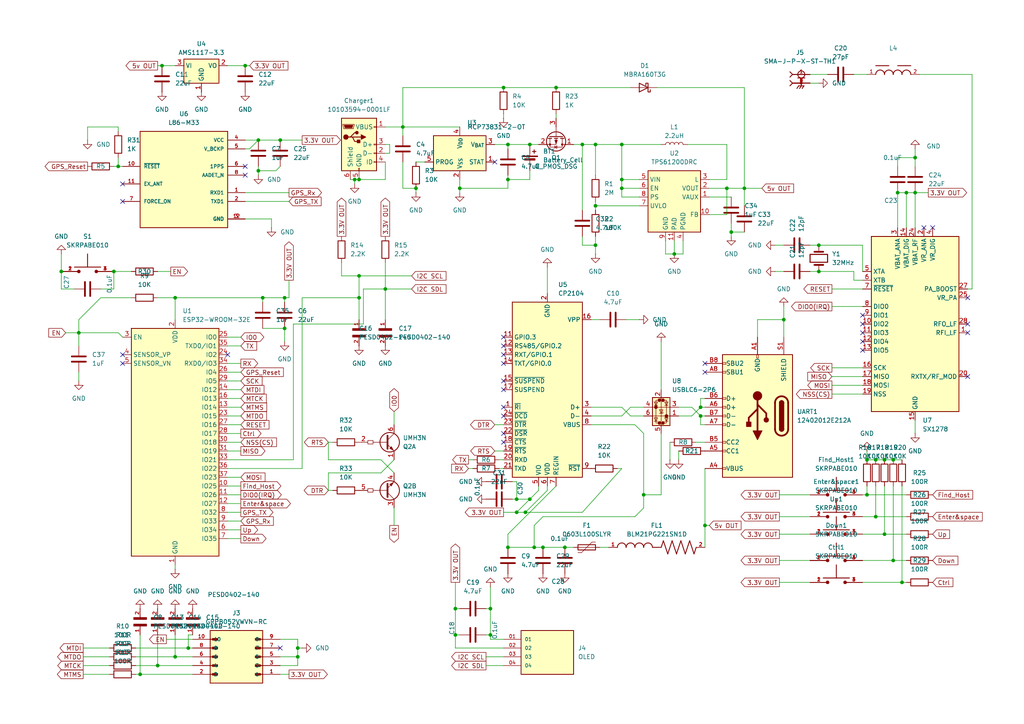
<source format=kicad_sch>
(kicad_sch (version 20250114) (generator "eeschema") (generator_version "9.0")
  (paper "A4")
  (junction (at 262.89 55.88))
  (junction (at 256.54 154.94))
  (junction (at 204.47 152.4))
  (junction (at 203.2 118.11))
  (junction (at 46.99 19.05))
  (junction (at 149.86 144.78))
  (junction (at 147.32 158.75))
  (junction (at 71.12 19.05))
  (junction (at 180.34 52.07))
  (junction (at 142.24 184.15))
  (junction (at 153.67 144.78))
  (junction (at 237.49 71.12))
  (junction (at 172.72 59.69))
  (junction (at 203.2 120.65))
  (junction (at 22.86 96.52))
  (junction (at 256.54 133.35))
  (junction (at 82.55 86.36))
  (junction (at 172.72 71.12))
  (junction (at 265.43 45.72))
  (junction (at 265.43 55.88))
  (junction (at 50.8 86.36))
  (junction (at 133.35 54.61))
  (junction (at 147.32 52.07))
  (junction (at 146.05 25.4))
  (junction (at 82.55 95.25))
  (junction (at 54.61 187.96))
  (junction (at 50.8 190.5))
  (junction (at 76.2 86.36))
  (junction (at 149.86 148.59))
  (junction (at 116.84 36.83))
  (junction (at 251.46 133.35))
  (junction (at 261.62 168.91))
  (junction (at 251.46 143.51))
  (junction (at 102.87 52.07))
  (junction (at 147.32 41.91))
  (junction (at 215.9 54.61))
  (junction (at 45.72 193.04))
  (junction (at 104.14 86.36))
  (junction (at 104.14 52.07))
  (junction (at 254 149.86))
  (junction (at 186.69 143.51))
  (junction (at 154.94 158.75))
  (junction (at 81.28 40.64))
  (junction (at 33.02 78.74))
  (junction (at 74.93 40.64))
  (junction (at 212.09 67.31))
  (junction (at 86.36 190.5))
  (junction (at 227.33 92.71))
  (junction (at 259.08 162.56))
  (junction (at 104.14 80.01))
  (junction (at 180.34 54.61))
  (junction (at 237.49 78.74))
  (junction (at 153.67 41.91))
  (junction (at 168.91 41.91))
  (junction (at 132.08 184.15))
  (junction (at 180.34 41.91))
  (junction (at 17.78 78.74))
  (junction (at 74.93 49.53))
  (junction (at 195.58 73.66))
  (junction (at 120.65 54.61))
  (junction (at 161.29 25.4))
  (junction (at 111.76 83.82))
  (junction (at 142.24 176.53))
  (junction (at 260.35 55.88))
  (junction (at 210.82 54.61))
  (junction (at 163.83 158.75))
  (junction (at 254 133.35))
  (junction (at 132.08 176.53))
  (junction (at 259.08 133.35))
  (junction (at 157.48 158.75))
  (junction (at 40.64 195.58))
  (junction (at 34.29 48.26))
  (junction (at 86.36 187.96))
  (junction (at 172.72 41.91))
  (junction (at 152.4 148.59))
  (no_connect (at 146.05 113.03))
  (no_connect (at 204.47 107.95))
  (no_connect (at 280.67 86.36))
  (no_connect (at 35.56 105.41))
  (no_connect (at 71.12 50.8))
  (no_connect (at 81.28 187.96))
  (no_connect (at 146.05 105.41))
  (no_connect (at 35.56 102.87))
  (no_connect (at 250.19 96.52))
  (no_connect (at 267.97 66.04))
  (no_connect (at 143.51 46.99))
  (no_connect (at 280.67 93.98))
  (no_connect (at 146.05 97.79))
  (no_connect (at 204.47 105.41))
  (no_connect (at 146.05 100.33))
  (no_connect (at 35.56 53.34))
  (no_connect (at 71.12 48.26))
  (no_connect (at 35.56 58.42))
  (no_connect (at 270.51 66.04))
  (no_connect (at 250.19 99.06))
  (no_connect (at 250.19 101.6))
  (no_connect (at 280.67 96.52))
  (no_connect (at 250.19 91.44))
  (no_connect (at 146.05 110.49))
  (no_connect (at 146.05 125.73))
  (no_connect (at 250.19 93.98))
  (no_connect (at 146.05 120.65))
  (no_connect (at 146.05 128.27))
  (no_connect (at 280.67 109.22))
  (no_connect (at 146.05 102.87))
  (no_connect (at 146.05 118.11))
  (no_connect (at 66.04 102.87))
  (wire (pts (xy 180.34 118.11) (xy 182.88 120.65)))
  (wire (pts (xy 241.3 83.82) (xy 250.19 83.82)))
  (wire (pts (xy 133.35 184.15) (xy 132.08 184.15)))
  (wire (pts (xy 182.88 118.11) (xy 186.69 118.11)))
  (wire (pts (xy 86.36 193.04) (xy 86.36 190.5)))
  (wire (pts (xy 262.89 55.88) (xy 260.35 55.88)))
  (wire (pts (xy 171.45 92.71) (xy 173.99 92.71)))
  (wire (pts (xy 111.76 52.07) (xy 104.14 52.07)))
  (wire (pts (xy 180.34 54.61) (xy 180.34 57.15)))
  (wire (pts (xy 195.58 69.85) (xy 195.58 73.66)))
  (wire (pts (xy 191.77 99.06) (xy 191.77 113.03)))
  (wire (pts (xy 241.3 114.3) (xy 250.19 114.3)))
  (wire (pts (xy 157.48 149.86) (xy 184.15 149.86)))
  (wire (pts (xy 146.05 34.29) (xy 146.05 33.02)))
  (wire (pts (xy 116.84 54.61) (xy 120.65 54.61)))
  (wire (pts (xy 168.91 41.91) (xy 172.72 41.91)))
  (wire (pts (xy 95.25 142.24) (xy 96.52 142.24)))
  (wire (pts (xy 66.04 148.59) (xy 69.85 148.59)))
  (wire (pts (xy 158.75 77.47) (xy 158.75 85.09)))
  (wire (pts (xy 40.64 195.58) (xy 55.88 195.58)))
  (wire (pts (xy 265.43 55.88) (xy 262.89 55.88)))
  (wire (pts (xy 66.04 151.13) (xy 69.85 151.13)))
  (wire (pts (xy 185.42 54.61) (xy 180.34 54.61)))
  (wire (pts (xy 120.65 55.88) (xy 120.65 54.61)))
  (wire (pts (xy 204.47 135.89) (xy 204.47 152.4)))
  (wire (pts (xy 39.37 190.5) (xy 50.8 190.5)))
  (wire (pts (xy 140.97 190.5) (xy 146.05 190.5)))
  (wire (pts (xy 219.71 92.71) (xy 219.71 97.79)))
  (wire (pts (xy 203.2 115.57) (xy 204.47 115.57)))
  (wire (pts (xy 66.04 120.65) (xy 69.85 120.65)))
  (wire (pts (xy 111.76 36.83) (xy 116.84 36.83)))
  (wire (pts (xy 191.77 125.73) (xy 191.77 143.51)))
  (wire (pts (xy 163.83 158.75) (xy 166.37 158.75)))
  (wire (pts (xy 265.43 55.88) (xy 265.43 66.04)))
  (wire (pts (xy 215.9 25.4) (xy 215.9 54.61)))
  (wire (pts (xy 198.12 73.66) (xy 195.58 73.66)))
  (wire (pts (xy 81.28 190.5) (xy 86.36 190.5)))
  (wire (pts (xy 180.34 41.91) (xy 180.34 52.07)))
  (wire (pts (xy 166.37 41.91) (xy 168.91 41.91)))
  (wire (pts (xy 256.54 154.94) (xy 262.89 154.94)))
  (wire (pts (xy 50.8 165.1) (xy 50.8 163.83)))
  (wire (pts (xy 33.02 48.26) (xy 34.29 48.26)))
  (wire (pts (xy 265.43 45.72) (xy 265.43 48.26)))
  (wire (pts (xy 147.32 41.91) (xy 147.32 43.18)))
  (wire (pts (xy 196.85 130.81) (xy 196.85 133.35)))
  (wire (pts (xy 251.46 133.35) (xy 254 133.35)))
  (wire (pts (xy 95.25 137.16) (xy 110.49 137.16)))
  (wire (pts (xy 114.3 119.38) (xy 114.3 123.19)))
  (wire (pts (xy 78.74 66.04) (xy 78.74 63.5)))
  (wire (pts (xy 265.43 55.88) (xy 269.24 55.88)))
  (wire (pts (xy 132.08 176.53) (xy 132.08 184.15)))
  (wire (pts (xy 210.82 54.61) (xy 215.9 54.61)))
  (wire (pts (xy 25.4 36.83) (xy 34.29 36.83)))
  (wire (pts (xy 149.86 148.59) (xy 152.4 148.59)))
  (wire (pts (xy 87.63 187.96) (xy 86.36 187.96)))
  (wire (pts (xy 66.04 115.57) (xy 69.85 115.57)))
  (wire (pts (xy 111.76 46.99) (xy 111.76 52.07)))
  (wire (pts (xy 215.9 59.69) (xy 215.9 54.61)))
  (wire (pts (xy 193.04 69.85) (xy 193.04 73.66)))
  (wire (pts (xy 212.09 64.77) (xy 212.09 67.31)))
  (wire (pts (xy 45.72 193.04) (xy 55.88 193.04)))
  (wire (pts (xy 111.76 76.2) (xy 111.76 83.82)))
  (wire (pts (xy 132.08 168.91) (xy 132.08 176.53)))
  (wire (pts (xy 256.54 133.35) (xy 259.08 133.35)))
  (wire (pts (xy 66.04 100.33) (xy 69.85 100.33)))
  (wire (pts (xy 71.12 40.64) (xy 74.93 40.64)))
  (wire (pts (xy 113.03 41.91) (xy 113.03 44.45)))
  (wire (pts (xy 210.82 62.23) (xy 210.82 54.61)))
  (wire (pts (xy 203.2 118.11) (xy 200.66 120.65)))
  (wire (pts (xy 83.82 81.28) (xy 83.82 86.36)))
  (wire (pts (xy 142.24 184.15) (xy 142.24 185.42)))
  (wire (pts (xy 227.33 88.9) (xy 227.33 92.71)))
  (wire (pts (xy 153.67 49.53) (xy 153.67 52.07)))
  (wire (pts (xy 153.67 52.07) (xy 147.32 52.07)))
  (wire (pts (xy 281.94 83.82) (xy 280.67 83.82)))
  (wire (pts (xy 113.03 44.45) (xy 111.76 44.45)))
  (wire (pts (xy 154.94 158.75) (xy 157.48 158.75)))
  (wire (pts (xy 66.04 125.73) (xy 69.85 125.73)))
  (wire (pts (xy 154.94 152.4) (xy 157.48 149.86)))
  (wire (pts (xy 22.86 107.95) (xy 22.86 110.49)))
  (wire (pts (xy 39.37 195.58) (xy 40.64 195.58)))
  (wire (pts (xy 66.04 143.51) (xy 69.85 143.51)))
  (wire (pts (xy 48.26 185.42) (xy 55.88 185.42)))
  (wire (pts (xy 226.06 149.86) (xy 234.95 149.86)))
  (wire (pts (xy 168.91 148.59) (xy 180.34 135.89)))
  (wire (pts (xy 186.69 143.51) (xy 186.69 147.32)))
  (wire (pts (xy 45.72 19.05) (xy 46.99 19.05)))
  (wire (pts (xy 234.95 21.59) (xy 240.03 21.59)))
  (wire (pts (xy 147.32 158.75) (xy 154.94 158.75)))
  (wire (pts (xy 168.91 41.91) (xy 168.91 60.96)))
  (wire (pts (xy 114.3 147.32) (xy 114.3 152.4)))
  (wire (pts (xy 168.91 68.58) (xy 168.91 71.12)))
  (wire (pts (xy 250.19 71.12) (xy 250.19 78.74)))
  (wire (pts (xy 171.45 123.19) (xy 184.15 123.19)))
  (wire (pts (xy 250.19 168.91) (xy 261.62 168.91)))
  (wire (pts (xy 116.84 36.83) (xy 116.84 39.37)))
  (wire (pts (xy 157.48 158.75) (xy 163.83 158.75)))
  (wire (pts (xy 146.05 25.4) (xy 116.84 25.4)))
  (wire (pts (xy 66.04 128.27) (xy 69.85 128.27)))
  (wire (pts (xy 66.04 113.03) (xy 69.85 113.03)))
  (wire (pts (xy 66.04 138.43) (xy 69.85 138.43)))
  (wire (pts (xy 85.09 93.98) (xy 85.09 133.35)))
  (wire (pts (xy 259.08 133.35) (xy 261.62 133.35)))
  (wire (pts (xy 254 149.86) (xy 262.89 149.86)))
  (wire (pts (xy 132.08 187.96) (xy 146.05 187.96)))
  (wire (pts (xy 161.29 33.02) (xy 161.29 34.29)))
  (wire (pts (xy 82.55 86.36) (xy 82.55 87.63)))
  (wire (pts (xy 210.82 52.07) (xy 205.74 52.07)))
  (wire (pts (xy 34.29 45.72) (xy 34.29 48.26)))
  (wire (pts (xy 227.33 92.71) (xy 227.33 97.79)))
  (wire (pts (xy 210.82 41.91) (xy 199.39 41.91)))
  (wire (pts (xy 146.05 148.59) (xy 149.86 148.59)))
  (wire (pts (xy 260.35 55.88) (xy 260.35 66.04)))
  (wire (pts (xy 144.78 133.35) (xy 146.05 133.35)))
  (wire (pts (xy 135.89 135.89) (xy 137.16 135.89)))
  (wire (pts (xy 66.04 110.49) (xy 69.85 110.49)))
  (wire (pts (xy 104.14 92.71) (xy 104.14 86.36)))
  (wire (pts (xy 172.72 71.12) (xy 172.72 73.66)))
  (wire (pts (xy 234.95 71.12) (xy 237.49 71.12)))
  (wire (pts (xy 181.61 92.71) (xy 185.42 92.71)))
  (wire (pts (xy 190.5 25.4) (xy 215.9 25.4)))
  (wire (pts (xy 111.76 83.82) (xy 111.76 92.71)))
  (wire (pts (xy 262.89 55.88) (xy 262.89 66.04)))
  (wire (pts (xy 210.82 52.07) (xy 210.82 41.91)))
  (wire (pts (xy 201.93 128.27) (xy 204.47 128.27)))
  (wire (pts (xy 185.42 59.69) (xy 172.72 59.69)))
  (wire (pts (xy 226.06 168.91) (xy 234.95 168.91)))
  (wire (pts (xy 104.14 80.01) (xy 119.38 80.01)))
  (wire (pts (xy 260.35 45.72) (xy 260.35 48.26)))
  (wire (pts (xy 19.05 96.52) (xy 22.86 96.52)))
  (wire (pts (xy 196.85 118.11) (xy 200.66 118.11)))
  (wire (pts (xy 133.35 36.83) (xy 116.84 36.83)))
  (wire (pts (xy 203.2 118.11) (xy 204.47 118.11)))
  (wire (pts (xy 55.88 184.15) (xy 54.61 184.15)))
  (wire (pts (xy 142.24 185.42) (xy 146.05 185.42)))
  (wire (pts (xy 172.72 41.91) (xy 180.34 41.91)))
  (wire (pts (xy 76.2 95.25) (xy 82.55 95.25)))
  (wire (pts (xy 104.14 80.01) (xy 99.06 80.01)))
  (wire (pts (xy 204.47 120.65) (xy 203.2 120.65)))
  (wire (pts (xy 66.04 105.41) (xy 69.85 105.41)))
  (wire (pts (xy 86.36 190.5) (xy 86.36 187.96)))
  (wire (pts (xy 281.94 21.59) (xy 281.94 83.82)))
  (wire (pts (xy 105.41 93.98) (xy 105.41 83.82)))
  (wire (pts (xy 46.99 19.05) (xy 50.8 19.05)))
  (wire (pts (xy 33.02 78.74) (xy 38.1 78.74)))
  (wire (pts (xy 144.78 135.89) (xy 146.05 135.89)))
  (wire (pts (xy 152.4 148.59) (xy 168.91 148.59)))
  (wire (pts (xy 72.39 43.18) (xy 71.12 43.18)))
  (wire (pts (xy 104.14 52.07) (xy 102.87 52.07)))
  (wire (pts (xy 234.95 24.13) (xy 237.49 24.13)))
  (wire (pts (xy 261.62 140.97) (xy 261.62 168.91)))
  (wire (pts (xy 203.2 123.19) (xy 204.47 123.19)))
  (wire (pts (xy 226.06 154.94) (xy 234.95 154.94)))
  (wire (pts (xy 24.13 187.96) (xy 31.75 187.96)))
  (wire (pts (xy 111.76 41.91) (xy 113.03 41.91)))
  (wire (pts (xy 204.47 152.4) (xy 205.74 152.4)))
  (wire (pts (xy 147.32 50.8) (xy 147.32 52.07)))
  (wire (pts (xy 250.19 143.51) (xy 251.46 143.51)))
  (wire (pts (xy 185.42 57.15) (xy 180.34 57.15)))
  (wire (pts (xy 54.61 184.15) (xy 54.61 187.96)))
  (wire (pts (xy 148.59 144.78) (xy 149.86 144.78)))
  (wire (pts (xy 66.04 118.11) (xy 69.85 118.11)))
  (wire (pts (xy 95.25 133.35) (xy 110.49 133.35)))
  (wire (pts (xy 66.04 146.05) (xy 69.85 146.05)))
  (wire (pts (xy 22.86 92.71) (xy 22.86 96.52)))
  (wire (pts (xy 29.21 86.36) (xy 22.86 92.71)))
  (wire (pts (xy 33.02 83.82) (xy 33.02 78.74)))
  (wire (pts (xy 250.19 162.56) (xy 259.08 162.56)))
  (wire (pts (xy 86.36 185.42) (xy 86.36 187.96)))
  (wire (pts (xy 256.54 140.97) (xy 256.54 154.94)))
  (wire (pts (xy 158.75 142.24) (xy 158.75 140.97)))
  (wire (pts (xy 219.71 92.71) (xy 227.33 92.71)))
  (wire (pts (xy 241.3 109.22) (xy 250.19 109.22)))
  (wire (pts (xy 198.12 69.85) (xy 198.12 73.66)))
  (wire (pts (xy 85.09 133.35) (xy 66.04 133.35)))
  (wire (pts (xy 50.8 184.15) (xy 50.8 190.5)))
  (wire (pts (xy 140.97 176.53) (xy 142.24 176.53)))
  (wire (pts (xy 83.82 195.58) (xy 81.28 195.58)))
  (wire (pts (xy 105.41 83.82) (xy 111.76 83.82)))
  (wire (pts (xy 87.63 86.36) (xy 87.63 135.89)))
  (wire (pts (xy 143.51 130.81) (xy 146.05 130.81)))
  (wire (pts (xy 180.34 52.07) (xy 180.34 54.61)))
  (wire (pts (xy 184.15 149.86) (xy 186.69 147.32)))
  (wire (pts (xy 161.29 25.4) (xy 182.88 25.4)))
  (wire (pts (xy 180.34 120.65) (xy 182.88 118.11)))
  (wire (pts (xy 111.76 83.82) (xy 119.38 83.82)))
  (wire (pts (xy 149.86 139.7) (xy 148.59 139.7)))
  (wire (pts (xy 78.74 63.5) (xy 71.12 63.5)))
  (wire (pts (xy 66.04 19.05) (xy 71.12 19.05)))
  (wire (pts (xy 39.37 193.04) (xy 45.72 193.04)))
  (wire (pts (xy 34.29 48.26) (xy 35.56 48.26)))
  (wire (pts (xy 241.3 111.76) (xy 250.19 111.76)))
  (wire (pts (xy 142.24 170.18) (xy 142.24 176.53)))
  (wire (pts (xy 24.13 193.04) (xy 31.75 193.04)))
  (wire (pts (xy 193.04 73.66) (xy 195.58 73.66)))
  (wire (pts (xy 66.04 130.81) (xy 69.85 130.81)))
  (wire (pts (xy 142.24 176.53) (xy 142.24 184.15)))
  (wire (pts (xy 281.94 21.59) (xy 266.7 21.59)))
  (wire (pts (xy 186.69 125.73) (xy 184.15 123.19)))
  (wire (pts (xy 95.25 128.27) (xy 95.25 133.35)))
  (wire (pts (xy 204.47 152.4) (xy 204.47 158.75)))
  (wire (pts (xy 247.65 81.28) (xy 250.19 81.28)))
  (wire (pts (xy 101.6 52.07) (xy 102.87 52.07)))
  (wire (pts (xy 250.19 154.94) (xy 256.54 154.94)))
  (wire (pts (xy 146.05 25.4) (xy 161.29 25.4)))
  (wire (pts (xy 116.84 46.99) (xy 116.84 54.61)))
  (wire (pts (xy 34.29 96.52) (xy 35.56 97.79)))
  (wire (pts (xy 143.51 41.91) (xy 147.32 41.91)))
  (wire (pts (xy 81.28 185.42) (xy 86.36 185.42)))
  (wire (pts (xy 114.3 133.35) (xy 110.49 137.16)))
  (wire (pts (xy 66.04 153.67) (xy 69.85 153.67)))
  (wire (pts (xy 147.32 52.07) (xy 147.32 54.61)))
  (wire (pts (xy 120.65 46.99) (xy 123.19 46.99)))
  (wire (pts (xy 182.88 120.65) (xy 186.69 120.65)))
  (wire (pts (xy 105.41 93.98) (xy 85.09 93.98)))
  (wire (pts (xy 241.3 106.68) (xy 250.19 106.68)))
  (wire (pts (xy 50.8 190.5) (xy 55.88 190.5)))
  (wire (pts (xy 185.42 52.07) (xy 180.34 52.07)))
  (wire (pts (xy 95.25 137.16) (xy 95.25 142.24)))
  (wire (pts (xy 205.74 57.15) (xy 212.09 57.15)))
  (wire (pts (xy 74.93 48.26) (xy 74.93 49.53)))
  (wire (pts (xy 168.91 71.12) (xy 172.72 71.12)))
  (wire (pts (xy 140.97 184.15) (xy 142.24 184.15)))
  (wire (pts (xy 74.93 49.53) (xy 80.01 49.53)))
  (wire (pts (xy 34.29 36.83) (xy 34.29 38.1)))
  (wire (pts (xy 251.46 140.97) (xy 251.46 143.51)))
  (wire (pts (xy 205.74 62.23) (xy 210.82 62.23)))
  (wire (pts (xy 241.3 88.9) (xy 250.19 88.9)))
  (wire (pts (xy 172.72 59.69) (xy 172.72 58.42)))
  (wire (pts (xy 74.93 40.64) (xy 81.28 40.64)))
  (wire (pts (xy 154.94 158.75) (xy 154.94 152.4)))
  (wire (pts (xy 71.12 19.05) (xy 72.39 19.05)))
  (wire (pts (xy 156.21 142.24) (xy 156.21 140.97)))
  (wire (pts (xy 81.28 48.26) (xy 80.01 49.53)))
  (wire (pts (xy 147.32 154.94) (xy 161.29 140.97)))
  (wire (pts (xy 110.49 133.35) (xy 114.3 137.16)))
  (wire (pts (xy 143.51 123.19) (xy 146.05 123.19)))
  (wire (pts (xy 203.2 120.65) (xy 203.2 123.19)))
  (wire (pts (xy 39.37 187.96) (xy 54.61 187.96)))
  (wire (pts (xy 180.34 135.89) (xy 179.07 135.89)))
  (wire (pts (xy 76.2 86.36) (xy 76.2 87.63)))
  (wire (pts (xy 102.87 52.07) (xy 102.87 53.34)))
  (wire (pts (xy 215.9 67.31) (xy 212.09 67.31)))
  (wire (pts (xy 87.63 135.89) (xy 66.04 135.89)))
  (wire (pts (xy 140.97 193.04) (xy 146.05 193.04)))
  (wire (pts (xy 17.78 73.66) (xy 17.78 78.74)))
  (wire (pts (xy 81.28 40.64) (xy 87.63 40.64)))
  (wire (pts (xy 149.86 144.78) (xy 153.67 144.78)))
  (wire (pts (xy 186.69 125.73) (xy 186.69 143.51)))
  (wire (pts (xy 251.46 143.51) (xy 262.89 143.51)))
  (wire (pts (xy 261.62 168.91) (xy 262.89 168.91)))
  (wire (pts (xy 254 140.97) (xy 254 149.86)))
  (wire (pts (xy 234.95 78.74) (xy 237.49 78.74)))
  (wire (pts (xy 152.4 148.59) (xy 158.75 142.24)))
  (wire (pts (xy 186.69 143.51) (xy 191.77 143.51)))
  (wire (pts (xy 45.72 184.15) (xy 45.72 193.04)))
  (wire (pts (xy 172.72 59.69) (xy 172.72 60.96)))
  (wire (pts (xy 24.13 190.5) (xy 31.75 190.5)))
  (wire (pts (xy 226.06 162.56) (xy 234.95 162.56)))
  (wire (pts (xy 22.86 96.52) (xy 22.86 100.33)))
  (wire (pts (xy 171.45 118.11) (xy 180.34 118.11)))
  (wire (pts (xy 259.08 140.97) (xy 259.08 162.56)))
  (wire (pts (xy 45.72 86.36) (xy 50.8 86.36)))
  (wire (pts (xy 254 133.35) (xy 256.54 133.35)))
  (wire (pts (xy 133.35 54.61) (xy 147.32 54.61)))
  (wire (pts (xy 71.12 55.88) (xy 83.82 55.88)))
  (wire (pts (xy 50.8 86.36) (xy 76.2 86.36)))
  (wire (pts (xy 203.2 120.65) (xy 200.66 118.11)))
  (wire (pts (xy 260.35 45.72) (xy 265.43 45.72)))
  (wire (pts (xy 17.78 83.82) (xy 21.59 83.82)))
  (wire (pts (xy 116.84 25.4) (xy 116.84 36.83)))
  (wire (pts (xy 215.9 54.61) (xy 220.98 54.61)))
  (wire (pts (xy 24.13 195.58) (xy 31.75 195.58)))
  (wire (pts (xy 153.67 144.78) (xy 156.21 142.24)))
  (wire (pts (xy 171.45 120.65) (xy 180.34 120.65)))
  (wire (pts (xy 205.74 54.61) (xy 210.82 54.61)))
  (wire (pts (xy 50.8 86.36) (xy 50.8 92.71)))
  (wire (pts (xy 99.06 76.2) (xy 99.06 80.01)))
  (wire (pts (xy 237.49 78.74) (xy 247.65 78.74)))
  (wire (pts (xy 71.12 58.42) (xy 83.82 58.42)))
  (wire (pts (xy 66.04 156.21) (xy 69.85 156.21)))
  (wire (pts (xy 74.93 49.53) (xy 74.93 50.8)))
  (wire (pts (xy 180.34 41.91) (xy 191.77 41.91)))
  (wire (pts (xy 247.65 78.74) (xy 247.65 81.28)))
  (wire (pts (xy 95.25 128.27) (xy 96.52 128.27)))
  (wire (pts (xy 82.55 95.25) (xy 82.55 99.06)))
  (wire (pts (xy 104.14 86.36) (xy 104.14 80.01)))
  (wire (pts (xy 81.28 193.04) (xy 86.36 193.04)))
  (wire (pts (xy 265.43 43.18) (xy 265.43 45.72)))
  (wire (pts (xy 135.89 133.35) (xy 137.16 133.35)))
  (wire (pts (xy 224.79 78.74) (xy 227.33 78.74)))
  (wire (pts (xy 149.86 148.59) (xy 153.67 144.78)))
  (wire (pts (xy 251.46 130.81) (xy 251.46 133.35)))
  (wire (pts (xy 69.85 140.97) (xy 66.04 140.97)))
  (wire (pts (xy 74.93 40.64) (xy 72.39 43.18)))
  (wire (pts (xy 17.78 78.74) (xy 17.78 83.82)))
  (wire (pts (xy 40.64 184.15) (xy 40.64 195.58)))
  (wire (pts (xy 237.49 71.12) (xy 250.19 71.12)))
  (wire (pts (xy 66.04 107.95) (xy 69.85 107.95)))
  (wire (pts (xy 250.19 149.86) (xy 254 149.86)))
  (wire (pts (xy 66.04 123.19) (xy 69.85 123.19)))
  (wire (pts (xy 132.08 184.15) (xy 132.08 187.96)))
  (wire (pts (xy 147.32 158.75) (xy 147.32 154.94)))
  (wire (pts (xy 203.2 115.57) (xy 203.2 118.11)))
  (wire (pts (xy 82.55 86.36) (xy 76.2 86.36)))
  (wire (pts (xy 54.61 187.96) (xy 55.88 187.96)))
  (wire (pts (xy 83.82 86.36) (xy 82.55 86.36)))
  (wire (pts (xy 133.35 54.61) (xy 133.35 55.88)))
  (wire (pts (xy 194.31 128.27) (xy 194.31 133.35)))
  (wire (pts (xy 172.72 68.58) (xy 172.72 71.12)))
  (wire (pts (xy 104.14 86.36) (xy 87.63 86.36)))
  (wire (pts (xy 132.08 176.53) (xy 133.35 176.53)))
  (wire (pts (xy 45.72 78.74) (xy 49.53 78.74)))
  (wire (pts (xy 22.86 96.52) (xy 34.29 96.52)))
  (wire (pts (xy 247.65 21.59) (xy 251.46 21.59)))
  (wire (pts (xy 149.86 139.7) (xy 149.86 144.78)))
  (wire (pts (xy 172.72 50.8) (xy 172.72 41.91)))
  (wire (pts (xy 224.79 71.12) (xy 227.33 71.12)))
  (wire (pts (xy 153.67 41.91) (xy 156.21 41.91)))
  (wire (pts (xy 173.99 158.75) (xy 176.53 158.75)))
  (wire (pts (xy 212.09 67.31) (xy 212.09 68.58)))
  (wire (pts (xy 259.08 162.56) (xy 262.89 162.56)))
  (wire (pts (xy 38.1 86.36) (xy 29.21 86.36)))
  (wire (pts (xy 265.43 121.92) (xy 265.43 125.73)))
  (wire (pts (xy 29.21 83.82) (xy 33.02 83.82)))
  (wire (pts (xy 66.04 97.79) (xy 69.85 97.79)))
  (wire (pts (xy 25.4 40.64) (xy 25.4 36.83)))
  (wire (pts (xy 226.06 143.51) (xy 234.95 143.51)))
  (wire (pts (xy 196.85 120.65) (xy 200.66 120.65)))
  (wire (pts (xy 147.32 41.91) (xy 153.67 41.91)))
  (wire (pts (xy 133.35 52.07) (xy 133.35 54.61)))
  (global_label "SCK" (shape output) (at 241.3 106.68 180) (property "Intersheetrefs" "${INTERSHEET_REFS}" (effects (hide yes))))
  (global_label "MTDO" (shape input) (at 69.85 120.65 0) (property "Intersheetrefs" "${INTERSHEET_REFS}" (effects (hide yes))))
  (global_label "Find_Host" (shape input) (at 270.51 143.51 0) (property "Intersheetrefs" "${INTERSHEET_REFS}" (effects (hide yes))))
  (global_label "EN" (shape output) (at 49.53 78.74 0) (property "Intersheetrefs" "${INTERSHEET_REFS}" (effects (hide yes))))
  (global_label "3.3V OUT" (shape output) (at 226.06 162.56 180) (property "Intersheetrefs" "${INTERSHEET_REFS}" (effects (hide yes))))
  (global_label "Find_Host" (shape output) (at 69.85 140.97 0) (property "Intersheetrefs" "${INTERSHEET_REFS}" (effects (hide yes))))
  (global_label "RESET" (shape output) (at 241.3 83.82 180) (property "Intersheetrefs" "${INTERSHEET_REFS}" (effects (hide yes))))
  (global_label "GPS_Rx" (shape input) (at 69.85 151.13 0) (property "Intersheetrefs" "${INTERSHEET_REFS}" (effects (hide yes))))
  (global_label "MTDI" (shape input) (at 69.85 113.03 0) (property "Intersheetrefs" "${INTERSHEET_REFS}" (effects (hide yes))))
  (global_label "RX" (shape output) (at 69.85 105.41 0) (property "Intersheetrefs" "${INTERSHEET_REFS}" (effects (hide yes))))
  (global_label "MISO" (shape input) (at 241.3 109.22 180) (property "Intersheetrefs" "${INTERSHEET_REFS}" (effects (hide yes))))
  (global_label "DTR" (shape bidirectional) (at 95.25 142.24 180) (property "Intersheetrefs" "${INTERSHEET_REFS}" (effects (hide yes))))
  (global_label "I2C SCL" (shape input) (at 119.38 80.01 0) (property "Intersheetrefs" "${INTERSHEET_REFS}" (effects (hide yes))))
  (global_label "EN" (shape output) (at 48.26 185.42 180) (property "Intersheetrefs" "${INTERSHEET_REFS}" (effects (hide yes))))
  (global_label "IO0" (shape bidirectional) (at 114.3 119.38 90) (property "Intersheetrefs" "${INTERSHEET_REFS}" (effects (hide yes))))
  (global_label "Up" (shape input) (at 270.51 154.94 0) (property "Intersheetrefs" "${INTERSHEET_REFS}" (effects (hide yes))))
  (global_label "RTS" (shape bidirectional) (at 143.51 130.81 180) (property "Intersheetrefs" "${INTERSHEET_REFS}" (effects (hide yes))))
  (global_label "3.3V OUT" (shape output) (at 83.82 81.28 90) (property "Intersheetrefs" "${INTERSHEET_REFS}" (effects (hide yes))))
  (global_label "MOSI" (shape input) (at 69.85 138.43 0) (property "Intersheetrefs" "${INTERSHEET_REFS}" (effects (hide yes))))
  (global_label "GPS_TX" (shape input) (at 83.82 58.42 0) (property "Intersheetrefs" "${INTERSHEET_REFS}" (effects (hide yes))))
  (global_label "3.3V OUT" (shape output) (at 132.08 168.91 90) (property "Intersheetrefs" "${INTERSHEET_REFS}" (effects (hide yes))))
  (global_label "I2C SDL" (shape input) (at 119.38 83.82 0) (property "Intersheetrefs" "${INTERSHEET_REFS}" (effects (hide yes))))
  (global_label "GPS_TX" (shape output) (at 69.85 148.59 0) (property "Intersheetrefs" "${INTERSHEET_REFS}" (effects (hide yes))))
  (global_label "TX" (shape input) (at 69.85 100.33 0) (property "Intersheetrefs" "${INTERSHEET_REFS}" (effects (hide yes))))
  (global_label "MISO" (shape output) (at 69.85 130.81 0) (property "Intersheetrefs" "${INTERSHEET_REFS}" (effects (hide yes))))
  (global_label "3.3V OUT" (shape output) (at 111.76 68.58 90) (property "Intersheetrefs" "${INTERSHEET_REFS}" (effects (hide yes))))
  (global_label "3.3V OUT" (shape output) (at 226.06 143.51 180) (property "Intersheetrefs" "${INTERSHEET_REFS}" (effects (hide yes))))
  (global_label "NSS(CS)" (shape input) (at 69.85 128.27 0) (property "Intersheetrefs" "${INTERSHEET_REFS}" (effects (hide yes))))
  (global_label "3.3V OUT" (shape output) (at 226.06 149.86 180) (property "Intersheetrefs" "${INTERSHEET_REFS}" (effects (hide yes))))
  (global_label "MTCK" (shape output) (at 24.13 193.04 180) (property "Intersheetrefs" "${INTERSHEET_REFS}" (effects (hide yes))))
  (global_label "3.3V OUT" (shape output) (at 83.82 195.58 0) (property "Intersheetrefs" "${INTERSHEET_REFS}" (effects (hide yes))))
  (global_label "GPS_Reset" (shape input) (at 69.85 107.95 0) (property "Intersheetrefs" "${INTERSHEET_REFS}" (effects (hide yes))))
  (global_label "Up" (shape output) (at 69.85 153.67 0) (property "Intersheetrefs" "${INTERSHEET_REFS}" (effects (hide yes))))
  (global_label "5v OUT" (shape output) (at 45.72 19.05 180) (property "Intersheetrefs" "${INTERSHEET_REFS}" (effects (hide yes))))
  (global_label "GPS_Reset" (shape output) (at 25.4 48.26 180) (property "Intersheetrefs" "${INTERSHEET_REFS}" (effects (hide yes))))
  (global_label "5v OUT" (shape input) (at 220.98 54.61 0) (property "Intersheetrefs" "${INTERSHEET_REFS}" (effects (hide yes))))
  (global_label "3.3V OUT" (shape output) (at 269.24 55.88 0) (property "Intersheetrefs" "${INTERSHEET_REFS}" (effects (hide yes))))
  (global_label "Enter&space" (shape output) (at 69.85 146.05 0) (property "Intersheetrefs" "${INTERSHEET_REFS}" (effects (hide yes))))
  (global_label "Enter&space" (shape input) (at 270.51 149.86 0) (property "Intersheetrefs" "${INTERSHEET_REFS}" (effects (hide yes))))
  (global_label "3.3V OUT" (shape output) (at 226.06 168.91 180) (property "Intersheetrefs" "${INTERSHEET_REFS}" (effects (hide yes))))
  (global_label "EN" (shape output) (at 114.3 152.4 270) (property "Intersheetrefs" "${INTERSHEET_REFS}" (effects (hide yes))))
  (global_label "MTDO" (shape output) (at 24.13 190.5 180) (property "Intersheetrefs" "${INTERSHEET_REFS}" (effects (hide yes))))
  (global_label "3.3V OUT" (shape output) (at 87.63 40.64 0) (property "Intersheetrefs" "${INTERSHEET_REFS}" (effects (hide yes))))
  (global_label "GPS_Rx" (shape output) (at 83.82 55.88 0) (property "Intersheetrefs" "${INTERSHEET_REFS}" (effects (hide yes))))
  (global_label "Down" (shape input) (at 270.51 162.56 0) (property "Intersheetrefs" "${INTERSHEET_REFS}" (effects (hide yes))))
  (global_label "Ctrl" (shape input) (at 270.51 168.91 0) (property "Intersheetrefs" "${INTERSHEET_REFS}" (effects (hide yes))))
  (global_label "MTMS" (shape input) (at 69.85 118.11 0) (property "Intersheetrefs" "${INTERSHEET_REFS}" (effects (hide yes))))
  (global_label "Down" (shape output) (at 69.85 156.21 0) (property "Intersheetrefs" "${INTERSHEET_REFS}" (effects (hide yes))))
  (global_label "RESET" (shape input) (at 69.85 123.19 0) (property "Intersheetrefs" "${INTERSHEET_REFS}" (effects (hide yes))))
  (global_label "RX" (shape input) (at 135.89 135.89 180) (property "Intersheetrefs" "${INTERSHEET_REFS}" (effects (hide yes))))
  (global_label "3.3V OUT" (shape input) (at 72.39 19.05 0) (property "Intersheetrefs" "${INTERSHEET_REFS}" (effects (hide yes))))
  (global_label "MTCK" (shape input) (at 69.85 115.57 0) (property "Intersheetrefs" "${INTERSHEET_REFS}" (effects (hide yes))))
  (global_label "3.3V OUT" (shape output) (at 226.06 154.94 180) (property "Intersheetrefs" "${INTERSHEET_REFS}" (effects (hide yes))))
  (global_label "MTMS" (shape output) (at 24.13 195.58 180) (property "Intersheetrefs" "${INTERSHEET_REFS}" (effects (hide yes))))
  (global_label "TX" (shape output) (at 135.89 133.35 180) (property "Intersheetrefs" "${INTERSHEET_REFS}" (effects (hide yes))))
  (global_label "RTS" (shape bidirectional) (at 95.25 128.27 180) (property "Intersheetrefs" "${INTERSHEET_REFS}" (effects (hide yes))))
  (global_label "DIO0(IRQ)" (shape output) (at 241.3 88.9 180) (property "Intersheetrefs" "${INTERSHEET_REFS}" (effects (hide yes))))
  (global_label "SCK" (shape input) (at 69.85 110.49 0) (property "Intersheetrefs" "${INTERSHEET_REFS}" (effects (hide yes))))
  (global_label "DIO0(IRQ)" (shape output) (at 69.85 143.51 0) (property "Intersheetrefs" "${INTERSHEET_REFS}" (effects (hide yes))))
  (global_label "MTDI" (shape output) (at 24.13 187.96 180) (property "Intersheetrefs" "${INTERSHEET_REFS}" (effects (hide yes))))
  (global_label "IO0" (shape bidirectional) (at 69.85 97.79 0) (property "Intersheetrefs" "${INTERSHEET_REFS}" (effects (hide yes))))
  (global_label "I2C SDL" (shape output) (at 140.97 193.04 180) (property "Intersheetrefs" "${INTERSHEET_REFS}" (effects (hide yes))))
  (global_label "DTR" (shape bidirectional) (at 143.51 123.19 180) (property "Intersheetrefs" "${INTERSHEET_REFS}" (effects (hide yes))))
  (global_label "3.3V OUT" (shape output) (at 146.05 148.59 180) (property "Intersheetrefs" "${INTERSHEET_REFS}" (effects (hide yes))))
  (global_label "MOSI" (shape output) (at 241.3 111.76 180) (property "Intersheetrefs" "${INTERSHEET_REFS}" (effects (hide yes))))
  (global_label "Ctrl" (shape output) (at 69.85 125.73 0) (property "Intersheetrefs" "${INTERSHEET_REFS}" (effects (hide yes))))
  (global_label "I2C SCL" (shape output) (at 140.97 190.5 180) (property "Intersheetrefs" "${INTERSHEET_REFS}" (effects (hide yes))))
  (global_label "5v OUT" (shape input) (at 205.74 152.4 0) (property "Intersheetrefs" "${INTERSHEET_REFS}" (effects (hide yes))))
  (global_label "3.3V OUT" (shape output) (at 99.06 68.58 90) (property "Intersheetrefs" "${INTERSHEET_REFS}" (effects (hide yes))))
  (global_label "NSS(CS)" (shape output) (at 241.3 114.3 180) (property "Intersheetrefs" "${INTERSHEET_REFS}" (effects (hide yes))))
  (global_label "EN" (shape input) (at 19.05 96.52 180) (property "Intersheetrefs" "${INTERSHEET_REFS}" (effects (hide yes))))
  (symbol (lib_id "power:GND") (at 111.76 100.33 0) (unit 1)
    (property "Reference" "#PWR024" (effects (hide yes)))
    (property "Value" "GND" (at 111.76 105.41 0))
    (property "Description" "Power symbol creates a global label with name \"GND\" , ground" (effects (hide yes)))
  )
  (symbol (lib_id "Device:R") (at 35.56 187.96 90) (unit 1)
    (property "Reference" "R10" (at 35.56 181.61 90))
    (property "Value" "100R" (at 35.56 184.15 90))
    (property "Footprint" "Resistor_SMD:R_0603_1608Metric" (effects (hide yes)))
    (property "Description" "Resistor" (effects (hide yes)))
  )
  (symbol (lib_id "power:GND") (at 157.48 166.37 0) (unit 1)
    (property "Reference" "#PWR014" (effects (hide yes)))
    (property "Value" "GND" (at 157.48 171.45 0))
    (property "Description" "Power symbol creates a global label with name \"GND\" , ground" (effects (hide yes)))
  )
  (symbol (lib_id "power:GND") (at 102.87 53.34 0) (unit 1)
    (property "Reference" "#PWR04" (effects (hide yes)))
    (property "Value" "GND" (at 102.87 58.42 0))
    (property "Description" "Power symbol creates a global label with name \"GND\" , ground" (effects (hide yes)))
  )
  (symbol (lib_id "Device:R") (at 198.12 128.27 90) (unit 1)
    (property "Reference" "R8" (at 198.12 128.27 90))
    (property "Value" "5.1K" (effects (hide yes)))
    (property "Footprint" "Resistor_SMD:R_0402_1005Metric" (effects (hide yes)))
    (property "Description" "Resistor" (effects (hide yes)))
  )
  (symbol (lib_id "Device:R") (at 34.29 41.91 0) (unit 1)
    (property "Reference" "R31" (at 36.83 40.6399 0) (effects (justify left)))
    (property "Value" "1K" (at 36.83 43.1799 0) (effects (justify left)))
    (property "Footprint" "Resistor_SMD:R_0603_1608Metric" (effects (hide yes)))
    (property "Description" "Resistor" (effects (hide yes)))
  )
  (symbol (lib_id "power:GND") (at 104.14 100.33 0) (unit 1)
    (property "Reference" "#PWR023" (effects (hide yes)))
    (property "Value" "GND" (at 104.14 105.41 0))
    (property "Description" "Power symbol creates a global label with name \"GND\" , ground" (effects (hide yes)))
  )
  (symbol (lib_id "Regulator_Linear:AMS1117-3.3") (at 58.42 19.05 0) (unit 1)
    (property "Reference" "U4" (at 58.42 12.7 0))
    (property "Value" "AMS1117-3.3" (at 58.42 15.24 0))
    (property "Footprint" "Package_TO_SOT_SMD:SOT-223-3_TabPin2" (effects (hide yes)))
    (property "Datasheet" "http://www.advanced-monolithic.com/pdf/ds1117.pdf" (effects (hide yes)))
    (property "Description" "1A Low Dropout regulator, positive, 3.3V fixed output, SOT-223" (effects (hide yes)))
  )
  (symbol (lib_id "SKRPABE010:SKRPABE010") (at 242.57 168.91 0) (unit 1)
    (property "Reference" "Ctrl1" (at 242.57 158.75 0))
    (property "Value" "SKRPABE010" (at 242.57 161.29 0))
    (property "Footprint" "Diode_SMD:SW_SKRPABE010" (effects (hide yes)))
    (property "MF" "ALPS" (effects (hide yes)))
    (property "MAXIMUM_PACKAGE_HEIGHT" "2.5 mm" (effects (hide yes)))
    (property "Package" "None" (effects (hide yes)))
    (property "Price" "None" (effects (hide yes)))
    (property "Check_prices" "https://www.snapeda.com/parts/SKRPABE010/ALPS/view-part/?ref=eda" (effects (hide yes)))
    (property "STANDARD" "Manufacturer Recommendations" (effects (hide yes)))
    (property "SnapEDA_Link" "https://www.snapeda.com/parts/SKRPABE010/ALPS/view-part/?ref=snap" (effects (hide yes)))
    (property "MP" "SKRPABE010" (effects (hide yes)))
    (property "Description_1" "Switch Tactile N.O. SPST Button J-Bend 0.05A 16VDC 1.57N SMD Automotive T/R" (effects (hide yes)))
    (property "Availability" "In Stock" (effects (hide yes)))
    (property "MANUFACTURER" "Alps" (effects (hide yes)))
  )
  (symbol (lib_id "Device:R") (at 111.76 72.39 180) (unit 1)
    (property "Reference" "R15" (at 114.3 71.1199 0) (effects (justify right)))
    (property "Value" "2.2K" (at 114.3 73.6599 0) (effects (justify right)))
    (property "Footprint" "Resistor_SMD:R_0603_1608Metric" (effects (hide yes)))
    (property "Description" "Resistor" (effects (hide yes)))
  )
  (symbol (lib_id "Device:C") (at 144.78 139.7 270) (unit 1)
    (property "Reference" "C30" (at 150.876 139.7 0) (effects (justify left)))
    (property "Value" "0.1uF" (at 138.43 138.43 0) (effects (justify left)))
    (property "Footprint" "Capacitor_SMD:C_0603_1608Metric" (effects (hide yes)))
    (property "Description" "Unpolarized capacitor" (effects (hide yes)))
  )
  (symbol (lib_id "WE-TPC_2811:WE-TPC_2811") (at 259.08 21.59 0) (unit 1)
    (property "Reference" "L4" (at 259.08 13.97 0))
    (property "Value" "744028000056" (effects (hide yes)))
    (property "Footprint" "WE-TPC_2811:WE-TPC_2811" (effects (hide yes)))
    (property "DigiKey_Part_Number" "732-3694-2-ND" (effects (hide yes)))
    (property "SnapEDA_Link" "https://www.snapeda.com/parts/744028000056/W%25C3%25BCrth+Elektronik+Midcom/view-part/?ref=snap" (effects (hide yes)))
    (property "Description_1" "WE-TPC Series; Shielded Wire-wound SMD Inductor with Ferrite Core, 56 nH | Wurth Electronics 744028000056" (effects (hide yes)))
    (property "MF" "Würth Elektronik" (effects (hide yes)))
    (property "Package" "Nonstandard Wurth Electronics" (effects (hide yes)))
    (property "Check_prices" "https://www.snapeda.com/parts/744028000056/W%25C3%25BCrth+Elektronik+Midcom/view-part/?ref=eda" (effects (hide yes)))
    (property "MP" "744028000056" (effects (hide yes)))
  )
  (symbol (lib_id "Device:C") (at 137.16 184.15 90) (unit 1)
    (property "Reference" "C18" (at 131.064 184.15 0) (effects (justify left)))
    (property "Value" "0.1uF" (at 143.51 185.42 0) (effects (justify left)))
    (property "Footprint" "Capacitor_SMD:C_0603_1608Metric" (effects (hide yes)))
    (property "Description" "Unpolarized capacitor" (effects (hide yes)))
  )
  (symbol (lib_id "power:GND") (at 158.75 77.47 180) (unit 1)
    (property "Reference" "#PWR042" (effects (hide yes)))
    (property "Value" "GND" (at 158.75 72.39 0))
    (property "Description" "Power symbol creates a global label with name \"GND\" , ground" (effects (hide yes)))
  )
  (symbol (lib_id "Transistor_BJT:UMH3N") (at 113.03 128.27 0) (unit 1)
    (property "Reference" "Q2" (at 116.84 129.5401 0) (effects (justify left)))
    (property "Value" "UMH3N" (at 116.84 127.0001 0) (effects (justify left)))
    (property "Footprint" "Package_TO_SOT_SMD:SOT-363_SC-70-6" (effects (hide yes)))
    (property "Datasheet" "http://rohmfs.rohm.com/en/products/databook/datasheet/discrete/transistor/digital/emh3t2r-e.pdf" (effects (hide yes)))
    (property "Description" "0.1A Ic, 50V Vce, Dual NPN Input Resistor Transistors, SOT-363" (effects (hide yes)))
  )
  (symbol (lib_id "Device:C") (at 168.91 64.77 0) (unit 1)
    (property "Reference" "C32" (at 172.72 63.4999 0) (effects (justify left)))
    (property "Value" "4.7uF" (at 172.72 66.0399 0) (effects (justify left)))
    (property "Footprint" "Capacitor_SMD:C_0603_1608Metric" (effects (hide yes)))
    (property "Description" "Unpolarized capacitor" (effects (hide yes)))
  )
  (symbol (lib_id "Device:R") (at 254 137.16 180) (unit 1)
    (property "Reference" "R17" (at 251.46 129.794 0) (effects (justify right)))
    (property "Value" "10K" (at 251.46 132.334 0) (effects (justify right)))
    (property "Footprint" "Resistor_SMD:R_0603_1608Metric" (effects (hide yes)))
    (property "Description" "Resistor" (effects (hide yes)))
  )
  (symbol (lib_id "power:GND") (at 194.31 133.35 0) (unit 1)
    (property "Reference" "#PWR010" (effects (hide yes)))
    (property "Value" "GND" (at 194.31 138.43 0))
    (property "Description" "Power symbol creates a global label with name \"GND\" , ground" (effects (hide yes)))
  )
  (symbol (lib_id "power:GND") (at 140.97 139.7 270) (unit 1)
    (property "Reference" "#PWR039" (effects (hide yes)))
    (property "Value" "GND" (at 137.16 139.6999 90) (effects (justify right)))
    (property "Description" "Power symbol creates a global label with name \"GND\" , ground" (effects (hide yes)))
  )
  (symbol (lib_id "BLM21PG221SN1D:BLM21PG221SN1D") (at 191.77 158.75 0) (unit 1)
    (property "Reference" "FL1" (at 190.5 152.4 0))
    (property "Value" "BLM21PG221SN1D" (at 190.5 154.94 0))
    (property "Footprint" "BLM21PG221SN1D:BEADC2012X105N" (effects (hide yes)))
    (property "MF" "Murata" (effects (hide yes)))
    (property "Description_1" "220 Ohms @ 100 MHz 1 Power Line Ferrite Bead 0805 (2012 Metric) 2A 45mOhm" (effects (hide yes)))
    (property "Package" "2012 Murata" (effects (hide yes)))
    (property "Price" "None" (effects (hide yes)))
    (property "SnapEDA_Link" "https://www.snapeda.com/parts/BLM21PG221SN1D/Murata/view-part/?ref=snap" (effects (hide yes)))
    (property "MP" "BLM21PG221SN1D" (effects (hide yes)))
    (property "Availability" "In Stock" (effects (hide yes)))
    (property "Check_prices" "https://www.snapeda.com/parts/BLM21PG221SN1D/Murata/view-part/?ref=eda" (effects (hide yes)))
  )
  (symbol (lib_id "power:GND") (at 17.78 73.66 180) (unit 1)
    (property "Reference" "#PWR017" (effects (hide yes)))
    (property "Value" "GND" (at 17.78 68.58 0))
    (property "Description" "Power symbol creates a global label with name \"GND\" , ground" (effects (hide yes)))
  )
  (symbol (lib_id "Device:R") (at 266.7 154.94 90) (unit 1)
    (property "Reference" "R27" (at 266.7 148.59 90))
    (property "Value" "100R" (at 266.7 151.13 90))
    (property "Footprint" "Resistor_SMD:R_0603_1608Metric" (effects (hide yes)))
    (property "Description" "Resistor" (effects (hide yes)))
  )
  (symbol (lib_id "L86-M33:L86-M33") (at 53.34 50.8 0) (unit 1)
    (property "Reference" "U6" (at 53.34 33.02 0))
    (property "Value" "L86-M33" (at 53.34 35.56 0))
    (property "Footprint" "L86-M33:XCVR_L86-M33" (effects (hide yes)))
    (property "MF" "Quectel" (effects (hide yes)))
    (property "DESCRIPTION" "L86 is an ultra-compact GNSS POT _Patch on Top_ module with an embedded 18.4mm × 18.4mm × 4.0mm patch antenna and utilizes the MediaTek new generation GNSS chipset MT3333 that achieves the perfect performance" (effects (hide yes)))
    (property "PACKAGE" "None" (effects (hide yes)))
    (property "PRICE" "None" (effects (hide yes)))
    (property "Package" "LCC-12 Quectel" (effects (hide yes)))
    (property "Check_prices" "https://www.snapeda.com/parts/L86-M33/Quectel/view-part/?ref=eda" (effects (hide yes)))
    (property "Price" "None" (effects (hide yes)))
    (property "SnapEDA_Link" "https://www.snapeda.com/parts/L86-M33/Quectel/view-part/?ref=snap" (effects (hide yes)))
    (property "MP" "L86-M33" (effects (hide yes)))
    (property "Availability" "In Stock" (effects (hide yes)))
    (property "AVAILABILITY" "Unavailable" (effects (hide yes)))
    (property "Description_1" "L86 is an ultra-compact GNSS POT (Patch on Top) module with an embedded 18.4mm × 18.4mm × 4.0mm patch antenna and utilizes the MediaTek new generation GNSS chipset MT3333 that achieves the perfect performance" (effects (hide yes)))
  )
  (symbol (lib_id "RF:SX1278") (at 265.43 93.98 0) (unit 1)
    (property "Reference" "U7" (at 267.5733 121.92 0) (effects (justify left)))
    (property "Value" "SX1278" (at 267.5733 124.46 0) (effects (justify left)))
    (property "Footprint" "Package_DFN_QFN:QFN-28-1EP_6x6mm_P0.65mm_EP4.8x4.8mm" (effects (hide yes)))
    (property "Datasheet" "https://semtech.my.salesforce.com/sfc/p/#E0000000JelG/a/2R0000001Rbr/6EfVZUorrpoKFfvaF_Fkpgp5kzjiNyiAbqcpqh9qSjE" (effects (hide yes)))
    (property "Description" "137 MHz to 525 MHz Low Power Long Range Transceiver, spreading factor from 6 to 12, LoRA, QFN-28" (effects (hide yes)))
  )
  (symbol (lib_id "Device:R") (at 172.72 54.61 0) (unit 1)
    (property "Reference" "R1" (at 175.26 53.3399 0) (effects (justify left)))
    (property "Value" "2M" (at 175.26 55.8799 0) (effects (justify left)))
    (property "Footprint" "Resistor_SMD:R_1210_3225Metric" (effects (hide yes)))
    (property "Description" "Resistor" (effects (hide yes)))
  )
  (symbol (lib_id "Device:C") (at 231.14 78.74 90) (unit 1)
    (property "Reference" "C21" (at 229.8699 74.93 0) (effects (justify left)))
    (property "Value" "12pF" (at 232.4099 74.93 0) (effects (justify left)))
    (property "Footprint" "Capacitor_SMD:C_0402_1005Metric" (effects (hide yes)))
    (property "Description" "Unpolarized capacitor" (effects (hide yes)))
  )
  (symbol (lib_id "power:GND") (at 146.05 34.29 0) (unit 1)
    (property "Reference" "#PWR07" (effects (hide yes)))
    (property "Value" "GND" (at 146.05 39.37 0))
    (property "Description" "Power symbol creates a global label with name \"GND\" , ground" (effects (hide yes)))
  )
  (symbol (lib_id "power:GND") (at 71.12 26.67 0) (unit 1)
    (property "Reference" "#PWR044" (effects (hide yes)))
    (property "Value" "GND" (at 71.12 31.75 0))
    (property "Description" "Power symbol creates a global label with name \"GND\" , ground" (effects (hide yes)))
  )
  (symbol (lib_id "Power_Protection:USBLC6-2P6") (at 191.77 120.65 180) (unit 1)
    (property "Reference" "U8" (at 194.8881 110.49 0) (effects (justify right)))
    (property "Value" "USBLC6-2P6" (at 194.8881 113.03 0) (effects (justify right)))
    (property "Footprint" "Package_TO_SOT_SMD:SOT-666" (effects (hide yes)))
    (property "Datasheet" "https://www.st.com/resource/en/datasheet/usblc6-2.pdf" (effects (hide yes)))
    (property "Description" "Very low capacitance ESD protection diode, 2 data-line, SOT-666" (effects (hide yes)))
  )
  (symbol (lib_id "power:GND") (at 55.88 176.53 180) (unit 1)
    (property "Reference" "#PWR022" (effects (hide yes)))
    (property "Value" "GND" (at 55.88 171.45 0))
    (property "Description" "Power symbol creates a global label with name \"GND\" , ground" (effects (hide yes)))
  )
  (symbol (lib_id "Device:R") (at 35.56 190.5 90) (unit 1)
    (property "Reference" "R11" (at 35.56 184.15 90))
    (property "Value" "100R" (at 35.56 186.69 90))
    (property "Footprint" "Resistor_SMD:R_0603_1608Metric" (effects (hide yes)))
    (property "Description" "Resistor" (effects (hide yes)))
  )
  (symbol (lib_id "power:GND") (at 147.32 166.37 0) (unit 1)
    (property "Reference" "#PWR036" (effects (hide yes)))
    (property "Value" "GND" (at 147.32 171.45 0))
    (property "Description" "Power symbol creates a global label with name \"GND\" , ground" (effects (hide yes)))
  )
  (symbol (lib_id "power:GND") (at 78.74 66.04 0) (unit 1)
    (property "Reference" "#PWR045" (effects (hide yes)))
    (property "Value" "GND" (at 81.28 67.3099 0) (effects (justify left)))
    (property "Description" "Power symbol creates a global label with name \"GND\" , ground" (effects (hide yes)))
  )
  (symbol (lib_id "Device:R") (at 146.05 29.21 0) (unit 1)
    (property "Reference" "R4" (at 148.59 27.9399 0) (effects (justify left)))
    (property "Value" "10K" (at 148.59 30.4799 0) (effects (justify left)))
    (property "Footprint" "Resistor_SMD:R_0603_1608Metric" (effects (hide yes)))
    (property "Description" "Resistor" (effects (hide yes)))
  )
  (symbol (lib_id "Device:Polyfuse") (at 170.18 158.75 90) (unit 1)
    (property "Reference" "F1" (at 170.18 152.4 90))
    (property "Value" "0603L100SLYR" (at 170.18 154.94 90))
    (property "Footprint" "Resistor_SMD:R_0603_1608Metric" (effects (hide yes)))
    (property "Description" "Resettable fuse, polymeric positive temperature coefficient" (effects (hide yes)))
  )
  (symbol (lib_id "PESD0402-140:PESD0402-140") (at 40.64 181.61 90) (unit 1)
    (property "Reference" "C8" (at 44.45 179.0699 90) (effects (justify right)))
    (property "Value" "PESD0402-140" (at 44.45 181.6099 90) (effects (justify right)))
    (property "Footprint" "PESD0402-140:RESC1005X35N" (effects (hide yes)))
    (property "MF" "Littelfuse Inc." (effects (hide yes)))
    (property "Description_1" "40V Clamp - Ipp Tvs Diode Surface Mount 0402" (effects (hide yes)))
    (property "Package" "0402 Littelfuse Inc." (effects (hide yes)))
    (property "Price" "None" (effects (hide yes)))
    (property "SnapEDA_Link" "https://www.snapeda.com/parts/PESD0402-140/Littelfuse/view-part/?ref=snap" (effects (hide yes)))
    (property "MP" "PESD0402-140" (effects (hide yes)))
    (property "Availability" "In Stock" (effects (hide yes)))
    (property "Check_prices" "https://www.snapeda.com/parts/PESD0402-140/Littelfuse/view-part/?ref=eda" (effects (hide yes)))
  )
  (symbol (lib_id "Device:C") (at 74.93 44.45 0) (unit 1)
    (property "Reference" "C7" (at 78.74 43.1799 0) (effects (justify left)))
    (property "Value" "1uF" (at 78.74 45.7199 0) (effects (justify left)))
    (property "Footprint" "Capacitor_SMD:C_0603_1608Metric" (effects (hide yes)))
    (property "Description" "Unpolarized capacitor" (effects (hide yes)))
  )
  (symbol (lib_id "Device:C") (at 157.48 162.56 0) (unit 1)
    (property "Reference" "C29" (at 161.29 161.2899 0) (effects (justify left)))
    (property "Value" "22uF" (at 161.29 163.8299 0) (effects (justify left)))
    (property "Footprint" "Capacitor_SMD:C_0805_2012Metric" (effects (hide yes)))
    (property "Description" "Unpolarized capacitor" (effects (hide yes)))
  )
  (symbol (lib_id "HTSW-104-20-TM-S:HTSW-104-20-TM-S") (at 158.75 190.5 0) (unit 1)
    (property "Reference" "J4" (at 167.64 187.9599 0) (effects (justify left)))
    (property "Value" "OLED" (at 167.64 190.4999 0) (effects (justify left)))
    (property "Footprint" "HTSW-104-20-TM-S:SAMTEC_HTSW-104-20-TM-S" (effects (hide yes)))
    (property "MF" "Samtec" (effects (hide yes)))
    (property "Description_1" "Connector Header   position" (effects (hide yes)))
    (property "Package" "None" (effects (hide yes)))
    (property "Price" "None" (effects (hide yes)))
    (property "Check_prices" "https://www.snapeda.com/parts/HTSW-104-20-TM-S/Samtec/view-part/?ref=eda" (effects (hide yes)))
    (property "STANDARD" "Manufacturer Recommendations" (effects (hide yes)))
    (property "PARTREV" "R" (effects (hide yes)))
    (property "SnapEDA_Link" "https://www.snapeda.com/parts/HTSW-104-20-TM-S/Samtec/view-part/?ref=snap" (effects (hide yes)))
    (property "MP" "HTSW-104-20-TM-S" (effects (hide yes)))
    (property "Availability" "In Stock" (effects (hide yes)))
    (property "MANUFACTURER" "Samtec" (effects (hide yes)))
  )
  (symbol (lib_id "power:GND") (at 163.83 166.37 0) (unit 1)
    (property "Reference" "#PWR013" (effects (hide yes)))
    (property "Value" "GND" (at 163.83 171.45 0))
    (property "Description" "Power symbol creates a global label with name \"GND\" , ground" (effects (hide yes)))
  )
  (symbol (lib_id "Device:C") (at 144.78 144.78 90) (unit 1)
    (property "Reference" "C31" (at 144.78 137.16 90))
    (property "Value" "22uF" (at 144.78 139.7 90))
    (property "Footprint" "Capacitor_SMD:C_0805_2012Metric" (effects (hide yes)))
    (property "Description" "Unpolarized capacitor" (effects (hide yes)))
  )
  (symbol (lib_id "power:GND") (at 140.97 144.78 270) (unit 1)
    (property "Reference" "#PWR040" (effects (hide yes)))
    (property "Value" "GND" (at 137.16 144.7799 90) (effects (justify right)))
    (property "Description" "Power symbol creates a global label with name \"GND\" , ground" (effects (hide yes)))
  )
  (symbol (lib_id "Device:R") (at 266.7 149.86 90) (unit 1)
    (property "Reference" "R26" (at 266.7 143.51 90))
    (property "Value" "100R" (at 266.7 146.05 90))
    (property "Footprint" "Resistor_SMD:R_0603_1608Metric" (effects (hide yes)))
    (property "Description" "Resistor" (effects (hide yes)))
  )
  (symbol (lib_id "Device:R") (at 172.72 64.77 0) (unit 1)
    (property "Reference" "R2" (at 175.26 63.4999 0) (effects (justify left)))
    (property "Value" "180K" (at 175.26 66.0399 0) (effects (justify left)))
    (property "Footprint" "Resistor_SMD:R_1210_3225Metric" (effects (hide yes)))
    (property "Description" "Resistor" (effects (hide yes)))
  )
  (symbol (lib_id "Device:R") (at 100.33 128.27 90) (unit 1)
    (property "Reference" "R32" (at 100.33 121.92 90))
    (property "Value" "10K" (at 100.33 124.46 90))
    (property "Footprint" "Resistor_SMD:R_0603_1608Metric" (effects (hide yes)))
    (property "Description" "Resistor" (effects (hide yes)))
  )
  (symbol (lib_id "SKRPABE010:SKRPABE010") (at 25.4 78.74 0) (unit 1)
    (property "Reference" "S1" (at 25.4 68.58 0))
    (property "Value" "SKRPABE010" (at 25.4 71.12 0))
    (property "Footprint" "Diode_SMD:SW_SKRPABE010" (effects (hide yes)))
    (property "MF" "ALPS" (effects (hide yes)))
    (property "MAXIMUM_PACKAGE_HEIGHT" "2.5 mm" (effects (hide yes)))
    (property "Package" "None" (effects (hide yes)))
    (property "Price" "None" (effects (hide yes)))
    (property "Check_prices" "https://www.snapeda.com/parts/SKRPABE010/ALPS/view-part/?ref=eda" (effects (hide yes)))
    (property "STANDARD" "Manufacturer Recommendations" (effects (hide yes)))
    (property "SnapEDA_Link" "https://www.snapeda.com/parts/SKRPABE010/ALPS/view-part/?ref=snap" (effects (hide yes)))
    (property "MP" "SKRPABE010" (effects (hide yes)))
    (property "Description_1" "Switch Tactile N.O. SPST Button J-Bend 0.05A 16VDC 1.57N SMD Automotive T/R" (effects (hide yes)))
    (property "Availability" "In Stock" (effects (hide yes)))
    (property "MANUFACTURER" "Alps" (effects (hide yes)))
  )
  (symbol (lib_id "Transistor_BJT:UMH3N") (at 113.03 142.24 0) (mirror x) (unit 2)
    (property "Reference" "Q2" (at 116.84 140.9699 0) (effects (justify left)))
    (property "Value" "UMH3N" (at 116.84 143.5099 0) (effects (justify left)))
    (property "Footprint" "Package_TO_SOT_SMD:SOT-363_SC-70-6" (effects (hide yes)))
    (property "Datasheet" "http://rohmfs.rohm.com/en/products/databook/datasheet/discrete/transistor/digital/emh3t2r-e.pdf" (effects (hide yes)))
    (property "Description" "0.1A Ic, 50V Vce, Dual NPN Input Resistor Transistors, SOT-363" (effects (hide yes)))
  )
  (symbol (lib_id "Device:C") (at 116.84 43.18 0) (unit 1)
    (property "Reference" "C4" (at 120.65 41.9099 0) (effects (justify left)))
    (property "Value" "4.7uF" (at 120.65 44.4499 0) (effects (justify left)))
    (property "Footprint" "Capacitor_SMD:C_0603_1608Metric" (effects (hide yes)))
    (property "Description" "Unpolarized capacitor" (effects (hide yes)))
  )
  (symbol (lib_id "power:GND") (at 74.93 50.8 0) (unit 1)
    (property "Reference" "#PWR046" (effects (hide yes)))
    (property "Value" "GND" (at 77.47 52.0699 0) (effects (justify left)))
    (property "Description" "Power symbol creates a global label with name \"GND\" , ground" (effects (hide yes)))
  )
  (symbol (lib_id "Device:C") (at 215.9 63.5 0) (unit 1)
    (property "Reference" "C33" (at 219.71 62.2299 0) (effects (justify left)))
    (property "Value" "22uF" (at 219.71 64.7699 0) (effects (justify left)))
    (property "Footprint" "Capacitor_SMD:C_0805_2012Metric" (effects (hide yes)))
    (property "Description" "Unpolarized capacitor" (effects (hide yes)))
  )
  (symbol (lib_id "PESD0402-140:PESD0402-140") (at 111.76 95.25 270) (unit 1)
    (property "Reference" "C17" (at 115.57 95.2499 90) (effects (justify left)))
    (property "Value" "PESD0402-140" (at 115.57 97.7899 90) (effects (justify left)))
    (property "Footprint" "PESD0402-140:RESC1005X35N" (effects (hide yes)))
    (property "MF" "Littelfuse Inc." (effects (hide yes)))
    (property "Description_1" "40V Clamp - Ipp Tvs Diode Surface Mount 0402" (effects (hide yes)))
    (property "Package" "0402 Littelfuse Inc." (effects (hide yes)))
    (property "Price" "None" (effects (hide yes)))
    (property "SnapEDA_Link" "https://www.snapeda.com/parts/PESD0402-140/Littelfuse/view-part/?ref=snap" (effects (hide yes)))
    (property "MP" "PESD0402-140" (effects (hide yes)))
    (property "Availability" "In Stock" (effects (hide yes)))
    (property "Check_prices" "https://www.snapeda.com/parts/PESD0402-140/Littelfuse/view-part/?ref=eda" (effects (hide yes)))
  )
  (symbol (lib_id "Device:C") (at 82.55 91.44 0) (unit 1)
    (property "Reference" "C6" (at 86.36 90.1699 0) (effects (justify left)))
    (property "Value" "22uF" (at 86.36 92.7099 0) (effects (justify left)))
    (property "Footprint" "Capacitor_SMD:C_0805_2012Metric" (effects (hide yes)))
    (property "Description" "Unpolarized capacitor" (effects (hide yes)))
  )
  (symbol (lib_id "SKRPABE010:SKRPABE010") (at 242.57 162.56 0) (unit 1)
    (property "Reference" "Down1" (at 242.57 152.4 0))
    (property "Value" "SKRPABE010" (at 242.57 154.94 0))
    (property "Footprint" "Diode_SMD:SW_SKRPABE010" (effects (hide yes)))
    (property "MF" "ALPS" (effects (hide yes)))
    (property "MAXIMUM_PACKAGE_HEIGHT" "2.5 mm" (effects (hide yes)))
    (property "Package" "None" (effects (hide yes)))
    (property "Price" "None" (effects (hide yes)))
    (property "Check_prices" "https://www.snapeda.com/parts/SKRPABE010/ALPS/view-part/?ref=eda" (effects (hide yes)))
    (property "STANDARD" "Manufacturer Recommendations" (effects (hide yes)))
    (property "SnapEDA_Link" "https://www.snapeda.com/parts/SKRPABE010/ALPS/view-part/?ref=snap" (effects (hide yes)))
    (property "MP" "SKRPABE010" (effects (hide yes)))
    (property "Description_1" "Switch Tactile N.O. SPST Button J-Bend 0.05A 16VDC 1.57N SMD Automotive T/R" (effects (hide yes)))
    (property "Availability" "In Stock" (effects (hide yes)))
    (property "MANUFACTURER" "Alps" (effects (hide yes)))
  )
  (symbol (lib_id "Interface_USB:CP2104") (at 158.75 113.03 180) (unit 1)
    (property "Reference" "U5" (at 161.8681 82.55 0) (effects (justify right)))
    (property "Value" "CP2104" (at 161.8681 85.09 0) (effects (justify right)))
    (property "Footprint" "Package_DFN_QFN:QFN-24-1EP_4x4mm_P0.5mm_EP2.6x2.6mm" (effects (hide yes)))
    (property "Datasheet" "https://www.silabs.com/documents/public/data-sheets/cp2104.pdf" (effects (hide yes)))
    (property "Description" "Single-Chip USB-to-UART Bridge, USB 2.0 Full-Speed, 2Mbps UART, QFN-24" (effects (hide yes)))
  )
  (symbol (lib_id "Device:R") (at 266.7 168.91 90) (unit 1)
    (property "Reference" "R29" (at 266.7 162.56 90))
    (property "Value" "100R" (at 266.7 165.1 90))
    (property "Footprint" "Resistor_SMD:R_0603_1608Metric" (effects (hide yes)))
    (property "Description" "Resistor" (effects (hide yes)))
  )
  (symbol (lib_id "power:GND") (at 237.49 24.13 90) (unit 1)
    (property "Reference" "#PWR027" (effects (hide yes)))
    (property "Value" "GND" (at 241.3 24.1299 90) (effects (justify right)))
    (property "Description" "Power symbol creates a global label with name \"GND\" , ground" (effects (hide yes)))
  )
  (symbol (lib_id "power:GND") (at 82.55 99.06 0) (unit 1)
    (property "Reference" "#PWR08" (effects (hide yes)))
    (property "Value" "GND" (at 82.55 104.14 0))
    (property "Description" "Power symbol creates a global label with name \"GND\" , ground" (effects (hide yes)))
  )
  (symbol (lib_id "Device:R") (at 161.29 29.21 0) (unit 1)
    (property "Reference" "R23" (at 163.83 27.9399 0) (effects (justify left)))
    (property "Value" "1K" (at 163.83 30.4799 0) (effects (justify left)))
    (property "Footprint" "Resistor_SMD:R_0603_1608Metric" (effects (hide yes)))
    (property "Description" "Resistor" (effects (hide yes)))
  )
  (symbol (lib_id "Device:C") (at 147.32 46.99 0) (unit 1)
    (property "Reference" "C5" (at 151.13 45.7199 0) (effects (justify left)))
    (property "Value" "4.7uF" (at 151.13 48.2599 0) (effects (justify left)))
    (property "Footprint" "Capacitor_SMD:C_0603_1608Metric" (effects (hide yes)))
    (property "Description" "Unpolarized capacitor" (effects (hide yes)))
  )
  (symbol (lib_id "Regulator_Switching:TPS61200DRC") (at 195.58 57.15 0) (unit 1)
    (property "Reference" "U2" (at 195.58 44.45 0))
    (property "Value" "TPS61200DRC" (at 195.58 46.99 0))
    (property "Footprint" "Package_SON:Texas_S-PVSON-N10_ThermalVias" (effects (hide yes)))
    (property "Datasheet" "http://www.ti.com/lit/ds/symlink/tps61200.pdf" (effects (hide yes)))
    (property "Description" "Low Input Voltage Synchronous Boost Converter With 1.3A Switches, Adjustable Output Voltage, 0.3-5.5V Input Voltage, VSON-10" (effects (hide yes)))
  )
  (symbol (lib_id "Connector:USB_C_Receptacle_USB2.0_16P") (at 219.71 120.65 180) (unit 1)
    (property "Reference" "UART1" (at 231.14 119.3799 0) (effects (justify right)))
    (property "Value" "12402012E212A" (at 231.14 121.9199 0) (effects (justify right)))
    (property "Footprint" "12402012E212A:AMPHENOL_12402012E212A" (effects (hide yes)))
    (property "Datasheet" "https://www.usb.org/sites/default/files/documents/usb_type-c.zip" (effects (hide yes)))
    (property "Description" "USB 2.0-only 16P Type-C Receptacle connector" (effects (hide yes)))
  )
  (symbol (lib_id "power:GND") (at 50.8 176.53 180) (unit 1)
    (property "Reference" "#PWR021" (effects (hide yes)))
    (property "Value" "GND" (at 50.8 171.45 0))
    (property "Description" "Power symbol creates a global label with name \"GND\" , ground" (effects (hide yes)))
  )
  (symbol (lib_id "Device:C") (at 260.35 52.07 180) (unit 1)
    (property "Reference" "C23" (at 260.35 58.166 0) (effects (justify left)))
    (property "Value" "0.1uF" (at 261.62 45.72 0) (effects (justify left)))
    (property "Footprint" "Capacitor_SMD:C_0603_1608Metric" (effects (hide yes)))
    (property "Description" "Unpolarized capacitor" (effects (hide yes)))
  )
  (symbol (lib_id "power:GND") (at 265.43 125.73 0) (unit 1)
    (property "Reference" "#PWR026" (effects (hide yes)))
    (property "Value" "GND" (at 265.43 130.81 0))
    (property "Description" "Power symbol creates a global label with name \"GND\" , ground" (effects (hide yes)))
  )
  (symbol (lib_id "power:GND") (at 120.65 55.88 0) (unit 1)
    (property "Reference" "#PWR06" (effects (hide yes)))
    (property "Value" "GND" (at 120.65 60.96 0))
    (property "Description" "Power symbol creates a global label with name \"GND\" , ground" (effects (hide yes)))
  )
  (symbol (lib_id "power:GND") (at 87.63 187.96 90) (unit 1)
    (property "Reference" "#PWR018" (effects (hide yes)))
    (property "Value" "GND" (at 91.44 187.9599 90) (effects (justify right)))
    (property "Description" "Power symbol creates a global label with name \"GND\" , ground" (effects (hide yes)))
  )
  (symbol (lib_id "Device:R") (at 175.26 135.89 90) (unit 1)
    (property "Reference" "R22" (at 175.26 129.54 90))
    (property "Value" "10K" (at 175.26 132.08 90))
    (property "Footprint" "Resistor_SMD:R_0603_1608Metric" (effects (hide yes)))
    (property "Description" "Resistor" (effects (hide yes)))
  )
  (symbol (lib_id "power:GND") (at 185.42 92.71 90) (unit 1)
    (property "Reference" "#PWR041" (effects (hide yes)))
    (property "Value" "GND" (at 189.23 92.7099 90) (effects (justify right)))
    (property "Description" "Power symbol creates a global label with name \"GND\" , ground" (effects (hide yes)))
  )
  (symbol (lib_id "power:GND") (at 212.09 68.58 0) (unit 1)
    (property "Reference" "#PWR02" (effects (hide yes)))
    (property "Value" "GND" (at 212.09 73.66 0))
    (property "Description" "Power symbol creates a global label with name \"GND\" , ground" (effects (hide yes)))
  )
  (symbol (lib_id "Device:R") (at 35.56 195.58 90) (unit 1)
    (property "Reference" "R13" (at 35.56 189.23 90))
    (property "Value" "100R" (at 35.56 191.77 90))
    (property "Footprint" "Resistor_SMD:R_0603_1608Metric" (effects (hide yes)))
    (property "Description" "Resistor" (effects (hide yes)))
  )
  (symbol (lib_id "Device:C") (at 147.32 162.56 0) (unit 1)
    (property "Reference" "C9" (at 151.13 161.2899 0) (effects (justify left)))
    (property "Value" "4.7uF" (at 151.13 163.8299 0) (effects (justify left)))
    (property "Footprint" "Capacitor_SMD:C_0603_1608Metric" (effects (hide yes)))
    (property "Description" "Unpolarized capacitor" (effects (hide yes)))
  )
  (symbol (lib_id "Device:R") (at 259.08 137.16 180) (unit 1)
    (property "Reference" "R19" (at 256.54 129.794 0) (effects (justify right)))
    (property "Value" "10K" (at 256.54 132.334 0) (effects (justify right)))
    (property "Footprint" "Resistor_SMD:R_0603_1608Metric" (effects (hide yes)))
    (property "Description" "Resistor" (effects (hide yes)))
  )
  (symbol (lib_id "power:GND") (at 133.35 55.88 0) (unit 1)
    (property "Reference" "#PWR05" (effects (hide yes)))
    (property "Value" "GND" (at 133.35 60.96 0))
    (property "Description" "Power symbol creates a global label with name \"GND\" , ground" (effects (hide yes)))
  )
  (symbol (lib_id "SKRPABE010:SKRPABE010") (at 242.57 149.86 0) (unit 1)
    (property "Reference" "Enter&space1" (at 242.57 139.7 0))
    (property "Value" "SKRPABE010" (at 242.57 142.24 0))
    (property "Footprint" "Diode_SMD:SW_SKRPABE010" (effects (hide yes)))
    (property "MF" "ALPS" (effects (hide yes)))
    (property "MAXIMUM_PACKAGE_HEIGHT" "2.5 mm" (effects (hide yes)))
    (property "Package" "None" (effects (hide yes)))
    (property "Price" "None" (effects (hide yes)))
    (property "Check_prices" "https://www.snapeda.com/parts/SKRPABE010/ALPS/view-part/?ref=eda" (effects (hide yes)))
    (property "STANDARD" "Manufacturer Recommendations" (effects (hide yes)))
    (property "SnapEDA_Link" "https://www.snapeda.com/parts/SKRPABE010/ALPS/view-part/?ref=snap" (effects (hide yes)))
    (property "MP" "SKRPABE010" (effects (hide yes)))
    (property "Description_1" "Switch Tactile N.O. SPST Button J-Bend 0.05A 16VDC 1.57N SMD Automotive T/R" (effects (hide yes)))
    (property "Availability" "In Stock" (effects (hide yes)))
    (property "MANUFACTURER" "Alps" (effects (hide yes)))
  )
  (symbol (lib_id "power:GND") (at 191.77 99.06 180) (unit 1)
    (property "Reference" "#PWR09" (effects (hide yes)))
    (property "Value" "GND" (at 191.77 93.98 0))
    (property "Description" "Power symbol creates a global label with name \"GND\" , ground" (effects (hide yes)))
  )
  (symbol (lib_id "PESD0402-140:PESD0402-140") (at 45.72 181.61 90) (unit 1)
    (property "Reference" "C13" (at 49.53 179.0699 90) (effects (justify right)))
    (property "Value" "PESD0402-140" (at 49.53 181.6099 90) (effects (justify right)))
    (property "Footprint" "PESD0402-140:RESC1005X35N" (effects (hide yes)))
    (property "MF" "Littelfuse Inc." (effects (hide yes)))
    (property "Description_1" "40V Clamp - Ipp Tvs Diode Surface Mount 0402" (effects (hide yes)))
    (property "Package" "0402 Littelfuse Inc." (effects (hide yes)))
    (property "Price" "None" (effects (hide yes)))
    (property "SnapEDA_Link" "https://www.snapeda.com/parts/PESD0402-140/Littelfuse/view-part/?ref=snap" (effects (hide yes)))
    (property "MP" "PESD0402-140" (effects (hide yes)))
    (property "Availability" "In Stock" (effects (hide yes)))
    (property "Check_prices" "https://www.snapeda.com/parts/PESD0402-140/Littelfuse/view-part/?ref=eda" (effects (hide yes)))
  )
  (symbol (lib_id "Device:C") (at 137.16 176.53 90) (unit 1)
    (property "Reference" "C19" (at 137.16 168.91 90))
    (property "Value" "4.7uF" (at 137.16 171.45 90))
    (property "Footprint" "Capacitor_SMD:C_0603_1608Metric" (effects (hide yes)))
    (property "Description" "Unpolarized capacitor" (effects (hide yes)))
  )
  (symbol (lib_id "Device:C") (at 46.99 22.86 0) (unit 1)
    (property "Reference" "C11" (at 50.8 21.5899 0) (effects (justify left)))
    (property "Value" "22uF" (at 50.8 24.1299 0) (effects (justify left)))
    (property "Footprint" "Capacitor_SMD:C_0805_2012Metric" (effects (hide yes)))
    (property "Description" "Unpolarized capacitor" (effects (hide yes)))
  )
  (symbol (lib_id "power:GND") (at 142.24 170.18 180) (unit 1)
    (property "Reference" "#PWR025" (effects (hide yes)))
    (property "Value" "GND" (at 142.24 165.1 0))
    (property "Description" "Power symbol creates a global label with name \"GND\" , ground" (effects (hide yes)))
  )
  (symbol (lib_id "power:GND") (at 195.58 73.66 0) (unit 1)
    (property "Reference" "#PWR01" (effects (hide yes)))
    (property "Value" "GND" (at 195.58 78.74 0))
    (property "Description" "Power symbol creates a global label with name \"GND\" , ground" (effects (hide yes)))
  )
  (symbol (lib_id "power:GND") (at 172.72 73.66 0) (unit 1)
    (property "Reference" "#PWR03" (effects (hide yes)))
    (property "Value" "GND" (at 172.72 78.74 0))
    (property "Description" "Power symbol creates a global label with name \"GND\" , ground" (effects (hide yes)))
  )
  (symbol (lib_id "Device:C") (at 163.83 162.56 180) (unit 1)
    (property "Reference" "C28" (at 163.83 168.656 0) (effects (justify left)))
    (property "Value" "0.1uF" (at 165.1 156.21 0) (effects (justify left)))
    (property "Footprint" "Capacitor_SMD:C_0603_1608Metric" (effects (hide yes)))
    (property "Description" "Unpolarized capacitor" (effects (hide yes)))
  )
  (symbol (lib_id "Device:R") (at 266.7 162.56 90) (unit 1)
    (property "Reference" "R28" (at 266.7 156.21 90))
    (property "Value" "100R" (at 266.7 158.75 90))
    (property "Footprint" "Resistor_SMD:R_0603_1608Metric" (effects (hide yes)))
    (property "Description" "Resistor" (effects (hide yes)))
  )
  (symbol (lib_id "Device:C") (at 177.8 92.71 90) (unit 1)
    (property "Reference" "C10" (at 177.8 85.09 90))
    (property "Value" "4.7uF" (at 177.8 87.63 90))
    (property "Footprint" "Capacitor_SMD:C_0603_1608Metric" (effects (hide yes)))
    (property "Description" "Unpolarized capacitor" (effects (hide yes)))
  )
  (symbol (lib_id "Device:C") (at 265.43 52.07 0) (unit 1)
    (property "Reference" "C24" (at 269.24 50.7999 0) (effects (justify left)))
    (property "Value" "22uF" (at 269.24 53.3399 0) (effects (justify left)))
    (property "Footprint" "Capacitor_SMD:C_0805_2012Metric" (effects (hide yes)))
    (property "Description" "Unpolarized capacitor" (effects (hide yes)))
  )
  (symbol (lib_id "PESD0402-140:PESD0402-140") (at 104.14 95.25 270) (unit 1)
    (property "Reference" "C16" (at 104.14 95.2499 90) (effects (justify left)))
    (property "Value" "PESD0402-140" (at 104.14 97.7899 90) (effects (justify left)))
    (property "Footprint" "PESD0402-140:RESC1005X35N" (effects (hide yes)))
    (property "MF" "Littelfuse Inc." (effects (hide yes)))
    (property "Description_1" "40V Clamp - Ipp Tvs Diode Surface Mount 0402" (effects (hide yes)))
    (property "Package" "0402 Littelfuse Inc." (effects (hide yes)))
    (property "Price" "None" (effects (hide yes)))
    (property "SnapEDA_Link" "https://www.snapeda.com/parts/PESD0402-140/Littelfuse/view-part/?ref=snap" (effects (hide yes)))
    (property "MP" "PESD0402-140" (effects (hide yes)))
    (property "Availability" "In Stock" (effects (hide yes)))
    (property "Check_prices" "https://www.snapeda.com/parts/PESD0402-140/Littelfuse/view-part/?ref=eda" (effects (hide yes)))
  )
  (symbol (lib_id "Device:C") (at 71.12 22.86 0) (unit 1)
    (property "Reference" "C12" (at 74.93 21.5899 0) (effects (justify left)))
    (property "Value" "22uF" (at 74.93 24.1299 0) (effects (justify left)))
    (property "Footprint" "Capacitor_SMD:C_0805_2012Metric" (effects (hide yes)))
    (property "Description" "Unpolarized capacitor" (effects (hide yes)))
  )
  (symbol (lib_id "PESD0402-140:PESD0402-140") (at 50.8 181.61 90) (unit 1)
    (property "Reference" "C14" (at 54.61 179.0699 90) (effects (justify right)))
    (property "Value" "PESD0402-140" (at 54.61 181.6099 90) (effects (justify right)))
    (property "Footprint" "PESD0402-140:RESC1005X35N" (effects (hide yes)))
    (property "MF" "Littelfuse Inc." (effects (hide yes)))
    (property "Description_1" "40V Clamp - Ipp Tvs Diode Surface Mount 0402" (effects (hide yes)))
    (property "Package" "0402 Littelfuse Inc." (effects (hide yes)))
    (property "Price" "None" (effects (hide yes)))
    (property "SnapEDA_Link" "https://www.snapeda.com/parts/PESD0402-140/Littelfuse/view-part/?ref=snap" (effects (hide yes)))
    (property "MP" "PESD0402-140" (effects (hide yes)))
    (property "Availability" "In Stock" (effects (hide yes)))
    (property "Check_prices" "https://www.snapeda.com/parts/PESD0402-140/Littelfuse/view-part/?ref=eda" (effects (hide yes)))
  )
  (symbol (lib_id "SKRPABE010:SKRPABE010") (at 242.57 154.94 0) (unit 1)
    (property "Reference" "Up1" (at 242.57 144.78 0))
    (property "Value" "SKRPABE010" (at 242.57 147.32 0))
    (property "Footprint" "Diode_SMD:SW_SKRPABE010" (effects (hide yes)))
    (property "MF" "ALPS" (effects (hide yes)))
    (property "MAXIMUM_PACKAGE_HEIGHT" "2.5 mm" (effects (hide yes)))
    (property "Package" "None" (effects (hide yes)))
    (property "Price" "None" (effects (hide yes)))
    (property "Check_prices" "https://www.snapeda.com/parts/SKRPABE010/ALPS/view-part/?ref=eda" (effects (hide yes)))
    (property "STANDARD" "Manufacturer Recommendations" (effects (hide yes)))
    (property "SnapEDA_Link" "https://www.snapeda.com/parts/SKRPABE010/ALPS/view-part/?ref=snap" (effects (hide yes)))
    (property "MP" "SKRPABE010" (effects (hide yes)))
    (property "Description_1" "Switch Tactile N.O. SPST Button J-Bend 0.05A 16VDC 1.57N SMD Automotive T/R" (effects (hide yes)))
    (property "Availability" "In Stock" (effects (hide yes)))
    (property "MANUFACTURER" "Alps" (effects (hide yes)))
  )
  (symbol (lib_id "power:GND") (at 265.43 43.18 180) (unit 1)
    (property "Reference" "#PWR030" (effects (hide yes)))
    (property "Value" "GND" (at 270.764 42.418 0))
    (property "Description" "Power symbol creates a global label with name \"GND\" , ground" (effects (hide yes)))
  )
  (symbol (lib_id "power:GND") (at 22.86 110.49 0) (unit 1)
    (property "Reference" "#PWR015" (effects (hide yes)))
    (property "Value" "GND" (at 22.86 115.57 0))
    (property "Description" "Power symbol creates a global label with name \"GND\" , ground" (effects (hide yes)))
  )
  (symbol (lib_id "power:GND") (at 25.4 40.64 0) (unit 1)
    (property "Reference" "#PWR016" (effects (hide yes)))
    (property "Value" "GND" (at 27.94 41.9099 0) (effects (justify left)))
    (property "Description" "Power symbol creates a global label with name \"GND\" , ground" (effects (hide yes)))
  )
  (symbol (lib_id "Device:R") (at 100.33 142.24 90) (unit 1)
    (property "Reference" "R33" (at 100.33 135.89 90))
    (property "Value" "10K" (at 100.33 138.43 90))
    (property "Footprint" "Resistor_SMD:R_0603_1608Metric" (effects (hide yes)))
    (property "Description" "Resistor" (effects (hide yes)))
  )
  (symbol (lib_id "Device:R") (at 41.91 86.36 90) (unit 1)
    (property "Reference" "R9" (at 41.91 80.01 90))
    (property "Value" "10K" (at 41.91 82.55 90))
    (property "Footprint" "Resistor_SMD:R_0603_1608Metric" (effects (hide yes)))
    (property "Description" "Resistor" (effects (hide yes)))
  )
  (symbol (lib_id "Device:C") (at 231.14 71.12 90) (unit 1)
    (property "Reference" "C22" (at 229.8699 67.31 0) (effects (justify left)))
    (property "Value" "12pF" (at 232.4099 67.31 0) (effects (justify left)))
    (property "Footprint" "Capacitor_SMD:C_0402_1005Metric" (effects (hide yes)))
    (property "Description" "Unpolarized capacitor" (effects (hide yes)))
  )
  (symbol (lib_id "power:GND") (at 227.33 88.9 180) (unit 1)
    (property "Reference" "#PWR012" (effects (hide yes)))
    (property "Value" "GND" (at 227.33 83.82 0))
    (property "Description" "Power symbol creates a global label with name \"GND\" , ground" (effects (hide yes)))
  )
  (symbol (lib_id "Device:C") (at 76.2 91.44 0) (unit 1)
    (property "Reference" "C35" (at 80.01 90.1699 0) (effects (justify left)))
    (property "Value" "1uF" (at 80.01 92.7099 0) (effects (justify left)))
    (property "Footprint" "Capacitor_SMD:C_0603_1608Metric" (effects (hide yes)))
    (property "Description" "Unpolarized capacitor" (effects (hide yes)))
  )
  (symbol (lib_id "Device:R") (at 256.54 137.16 180) (unit 1)
    (property "Reference" "R18" (at 254 129.794 0) (effects (justify right)))
    (property "Value" "10K" (at 254 132.334 0) (effects (justify right)))
    (property "Footprint" "Resistor_SMD:R_0603_1608Metric" (effects (hide yes)))
    (property "Description" "Resistor" (effects (hide yes)))
  )
  (symbol (lib_id "power:GND") (at 46.99 26.67 0) (unit 1)
    (property "Reference" "#PWR043" (effects (hide yes)))
    (property "Value" "GND" (at 46.99 31.75 0))
    (property "Description" "Power symbol creates a global label with name \"GND\" , ground" (effects (hide yes)))
  )
  (symbol (lib_id "Device:R") (at 261.62 137.16 180) (unit 1)
    (property "Reference" "R20" (at 259.08 129.794 0) (effects (justify right)))
    (property "Value" "10K" (at 259.08 132.334 0) (effects (justify right)))
    (property "Footprint" "Resistor_SMD:R_0603_1608Metric" (effects (hide yes)))
    (property "Description" "Resistor" (effects (hide yes)))
  )
  (symbol (lib_id "Device:C") (at 243.84 21.59 90) (unit 1)
    (property "Reference" "C20" (at 243.84 13.97 90))
    (property "Value" "27pF" (at 243.84 16.51 90))
    (property "Footprint" "Capacitor_SMD:C_0603_1608Metric" (effects (hide yes)))
    (property "Description" "Unpolarized capacitor" (effects (hide yes)))
  )
  (symbol (lib_id "Device:R") (at 120.65 50.8 0) (unit 1)
    (property "Reference" "R3" (at 123.19 49.5299 0) (effects (justify left)))
    (property "Value" "10K" (at 123.19 52.0699 0) (effects (justify left)))
    (property "Footprint" "Resistor_SMD:R_0603_1608Metric" (effects (hide yes)))
    (property "Description" "Resistor" (effects (hide yes)))
  )
  (symbol (lib_id "Device:R") (at 266.7 143.51 90) (unit 1)
    (property "Reference" "R25" (at 266.7 137.16 90))
    (property "Value" "100R" (at 266.7 139.7 90))
    (property "Footprint" "Resistor_SMD:R_0603_1608Metric" (effects (hide yes)))
    (property "Description" "Resistor" (effects (hide yes)))
  )
  (symbol (lib_id "Device:R") (at 140.97 133.35 90) (unit 1)
    (property "Reference" "R6" (at 140.97 133.35 90))
    (property "Value" "22R" (effects (hide yes)))
    (property "Footprint" "Resistor_SMD:R_0402_1005Metric" (effects (hide yes)))
    (property "Description" "Resistor" (effects (hide yes)))
  )
  (symbol (lib_id "Device:C") (at 212.09 60.96 0) (unit 1)
    (property "Reference" "C34" (at 215.9 59.6899 0) (effects (justify left)))
    (property "Value" "1uF" (at 215.9 62.2299 0) (effects (justify left)))
    (property "Footprint" "Capacitor_SMD:C_0603_1608Metric" (effects (hide yes)))
    (property "Description" "Unpolarized capacitor" (effects (hide yes)))
  )
  (symbol (lib_id "Device:C") (at 81.28 44.45 0) (unit 1)
    (property "Reference" "C25" (at 85.09 43.1799 0) (effects (justify left)))
    (property "Value" "22uF" (at 85.09 45.7199 0) (effects (justify left)))
    (property "Footprint" "Capacitor_SMD:C_0805_2012Metric" (effects (hide yes)))
    (property "Description" "Unpolarized capacitor" (effects (hide yes)))
  )
  (symbol (lib_id "power:GND") (at 224.79 78.74 270) (unit 1)
    (property "Reference" "#PWR029" (effects (hide yes)))
    (property "Value" "GND" (at 220.98 78.7399 90) (effects (justify right)))
    (property "Description" "Power symbol creates a global label with name \"GND\" , ground" (effects (hide yes)))
  )
  (symbol (lib_id "Device:R") (at 35.56 193.04 90) (unit 1)
    (property "Reference" "R12" (at 35.56 186.69 90))
    (property "Value" "100R" (at 35.56 189.23 90))
    (property "Footprint" "Resistor_SMD:R_0603_1608Metric" (effects (hide yes)))
    (property "Description" "Resistor" (effects (hide yes)))
  )
  (symbol (lib_id "Connector:USB_B_Micro") (at 104.14 41.91 0) (unit 1)
    (property "Reference" "Charger1" (at 104.14 29.21 0))
    (property "Value" "10103594-0001LF" (at 104.14 31.75 0))
    (property "Footprint" "Connector_USB:USB_Micro-B_Amphenol_10103594-0001LF_Horizontal" (effects (hide yes)))
    (property "Description" "USB Micro Type B connector" (effects (hide yes)))
  )
  (symbol (lib_id "power:GND") (at 251.46 130.81 180) (unit 1)
    (property "Reference" "#PWR031" (effects (hide yes)))
    (property "Value" "GND" (at 251.46 125.73 0))
    (property "Description" "Power symbol creates a global label with name \"GND\" , ground" (effects (hide yes)))
  )
  (symbol (lib_id "Device:R") (at 200.66 130.81 90) (unit 1)
    (property "Reference" "R21" (at 200.66 130.81 90))
    (property "Value" "5.1K" (effects (hide yes)))
    (property "Footprint" "Resistor_SMD:R_0402_1005Metric" (effects (hide yes)))
    (property "Description" "Resistor" (effects (hide yes)))
  )
  (symbol (lib_id "SMA-J-P-X-ST-TH1:SMA-J-P-X-ST-TH1") (at 232.41 24.13 0) (unit 1)
    (property "Reference" "J5" (at 232.029 15.24 0))
    (property "Value" "SMA-J-P-X-ST-TH1" (at 232.029 17.78 0))
    (property "Footprint" "SMA-J-P-X-ST-TH1:SAMTEC_SMA-J-P-X-ST-TH1" (effects (hide yes)))
    (property "MF" "Samtec" (effects (hide yes)))
    (property "MAXIMUM_PACKAGE_HEIGHT" "9.55mm" (effects (hide yes)))
    (property "Package" "None" (effects (hide yes)))
    (property "Price" "None" (effects (hide yes)))
    (property "Check_prices" "https://www.snapeda.com/parts/SMA-J-P-H-ST-TH1/Samtec+Inc./view-part/?ref=eda" (effects (hide yes)))
    (property "STANDARD" "Manufacturer Recommendations" (effects (hide yes)))
    (property "PARTREV" "F" (effects (hide yes)))
    (property "SnapEDA_Link" "https://www.snapeda.com/parts/SMA-J-P-H-ST-TH1/Samtec+Inc./view-part/?ref=snap" (effects (hide yes)))
    (property "MP" "SMA-J-P-H-ST-TH1" (effects (hide yes)))
    (property "Description_1" "SMA Connector Jack, Female Socket 50 Ohms Through Hole Solder" (effects (hide yes)))
    (property "Availability" "In Stock" (effects (hide yes)))
    (property "MANUFACTURER" "Samtec" (effects (hide yes)))
  )
  (symbol (lib_id "Device:C") (at 25.4 83.82 90) (unit 1)
    (property "Reference" "C27" (at 19.304 83.82 0) (effects (justify left)))
    (property "Value" "0.1uF" (at 31.75 85.09 0) (effects (justify left)))
    (property "Footprint" "Capacitor_SMD:C_0603_1608Metric" (effects (hide yes)))
    (property "Description" "Unpolarized capacitor" (effects (hide yes)))
  )
  (symbol (lib_id "Device:R") (at 99.06 72.39 180) (unit 1)
    (property "Reference" "R14" (at 101.6 71.1199 0) (effects (justify right)))
    (property "Value" "2.2K" (at 101.6 73.6599 0) (effects (justify right)))
    (property "Footprint" "Resistor_SMD:R_0603_1608Metric" (effects (hide yes)))
    (property "Description" "Resistor" (effects (hide yes)))
  )
  (symbol (lib_id "Device:L") (at 195.58 41.91 90) (unit 1)
    (property "Reference" "L1" (at 195.58 36.83 90))
    (property "Value" "2.2uH" (at 195.58 39.37 90))
    (property "Footprint" "Inductor_SMD:L_1210_3225Metric" (effects (hide yes)))
    (property "Description" "Inductor" (effects (hide yes)))
  )
  (symbol (lib_id "Device:R") (at 41.91 78.74 90) (unit 1)
    (property "Reference" "R30" (at 41.91 78.74 90))
    (property "Value" "22R" (effects (hide yes)))
    (property "Footprint" "Resistor_SMD:R_0402_1005Metric" (effects (hide yes)))
    (property "Description" "Resistor" (effects (hide yes)))
  )
  (symbol (lib_id "Battery_Management:MCP73831-2-OT") (at 133.35 44.45 0) (unit 1)
    (property "Reference" "U3" (at 135.4933 35.56 0) (effects (justify left)))
    (property "Value" "MCP73831-2-OT" (at 135.4933 36.83 0) (effects (justify left)))
    (property "Footprint" "Package_TO_SOT_SMD:SOT95P280X145-5N" (effects (hide yes)))
    (property "Datasheet" "http://ww1.microchip.com/downloads/en/DeviceDoc/20001984g.pdf" (effects (hide yes)))
    (property "Description" "Single cell, Li-Ion/Li-Po charge management controller, 4.20V, Tri-State Status Output, in SOT23-5 package" (effects (hide yes)))
  )
  (symbol (lib_id "Device:Battery_Cell") (at 153.67 46.99 0) (unit 1)
    (property "Reference" "BT1" (at 157.48 43.8784 0) (effects (justify left)))
    (property "Value" "Battery_Cell" (at 157.48 46.4184 0) (effects (justify left)))
    (property "Footprint" "Battery:BatteryHolder_MPD_BH-18650-PC2" (effects (hide yes)))
    (property "Description" "Single-cell battery" (effects (hide yes)))
  )
  (symbol (lib_id "power:GND") (at 224.79 71.12 270) (unit 1)
    (property "Reference" "#PWR028" (effects (hide yes)))
    (property "Value" "GND" (at 220.98 71.1199 90) (effects (justify right)))
    (property "Description" "Power symbol creates a global label with name \"GND\" , ground" (effects (hide yes)))
  )
  (symbol (lib_id "RF_Module:ESP32-WROOM-32E") (at 50.8 128.27 0) (unit 1)
    (property "Reference" "U1" (at 52.9433 90.17 0) (effects (justify left)))
    (property "Value" "ESP32-WROOM-32E" (at 52.9433 92.71 0) (effects (justify left)))
    (property "Footprint" "RF_Module:ESP32-WROOM-32E" (effects (hide yes)))
    (property "Datasheet" "https://www.espressif.com/sites/default/files/documentation/esp32-wroom-32e_esp32-wroom-32ue_datasheet_en.pdf" (effects (hide yes)))
    (property "Description" "RF Module, ESP32-D0WD-V3 SoC, without PSRAM, Wi-Fi 802.11b/g/n, Bluetooth, BLE, 32-bit, 2.7-3.6V, onboard antenna, SMD" (effects (hide yes)))
  )
  (symbol (lib_id "Transistor_FET:Q_PMOS_DSG") (at 161.29 39.37 270) (unit 1)
    (property "Reference" "Q1" (at 161.29 45.72 90))
    (property "Value" "Q_PMOS_DSG" (at 161.29 48.26 90))
    (property "Footprint" "SI2333DS-T1-E3:SOT95P237X112-3N" (effects (hide yes)))
    (property "Description" "P-MOSFET transistor, drain/source/gate" (effects (hide yes)))
  )
  (symbol (lib_id "Device:R") (at 29.21 48.26 90) (unit 1)
    (property "Reference" "R5" (at 29.21 48.26 90))
    (property "Value" "100R" (effects (hide yes)))
    (property "Footprint" "Resistor_SMD:R_0402_1005Metric" (effects (hide yes)))
    (property "Description" "Resistor" (effects (hide yes)))
  )
  (symbol (lib_id "Device:Crystal") (at 237.49 74.93 90) (unit 1)
    (property "Reference" "Y1" (at 241.3 73.6599 90) (effects (justify right)))
    (property "Value" "32MHz" (at 241.3 76.1999 90) (effects (justify right)))
    (property "Footprint" "Crystal:Crystal_SMD_2016-4Pin_2.0x1.6mm" (effects (hide yes)))
    (property "Description" "Two pin crystal" (effects (hide yes)))
  )
  (symbol (lib_id "power:GND") (at 50.8 165.1 0) (unit 1)
    (property "Reference" "#PWR038" (effects (hide yes)))
    (property "Value" "GND" (at 50.8 170.18 0))
    (property "Description" "Power symbol creates a global label with name \"GND\" , ground" (effects (hide yes)))
  )
  (symbol (lib_id "SKRPABE010:SKRPABE010") (at 242.57 143.51 0) (unit 1)
    (property "Reference" "Find_Host1" (at 242.57 133.35 0))
    (property "Value" "SKRPABE010" (at 242.57 135.89 0))
    (property "Footprint" "Diode_SMD:SW_SKRPABE010" (effects (hide yes)))
    (property "MF" "ALPS" (effects (hide yes)))
    (property "MAXIMUM_PACKAGE_HEIGHT" "2.5 mm" (effects (hide yes)))
    (property "Package" "None" (effects (hide yes)))
    (property "Price" "None" (effects (hide yes)))
    (property "Check_prices" "https://www.snapeda.com/parts/SKRPABE010/ALPS/view-part/?ref=eda" (effects (hide yes)))
    (property "STANDARD" "Manufacturer Recommendations" (effects (hide yes)))
    (property "SnapEDA_Link" "https://www.snapeda.com/parts/SKRPABE010/ALPS/view-part/?ref=snap" (effects (hide yes)))
    (property "MP" "SKRPABE010" (effects (hide yes)))
    (property "Description_1" "Switch Tactile N.O. SPST Button J-Bend 0.05A 16VDC 1.57N SMD Automotive T/R" (effects (hide yes)))
    (property "Availability" "In Stock" (effects (hide yes)))
    (property "MANUFACTURER" "Alps" (effects (hide yes)))
  )
  (symbol (lib_id "PESD0402-140:PESD0402-140") (at 55.88 181.61 90) (unit 1)
    (property "Reference" "C15" (at 59.69 179.0699 90) (effects (justify right)))
    (property "Value" "PESD0402-140" (at 60.198 172.466 90) (effects (justify right)))
    (property "Footprint" "PESD0402-140:RESC1005X35N" (effects (hide yes)))
    (property "MF" "Littelfuse Inc." (effects (hide yes)))
    (property "Description_1" "40V Clamp - Ipp Tvs Diode Surface Mount 0402" (effects (hide yes)))
    (property "Package" "0402 Littelfuse Inc." (effects (hide yes)))
    (property "Price" "None" (effects (hide yes)))
    (property "SnapEDA_Link" "https://www.snapeda.com/parts/PESD0402-140/Littelfuse/view-part/?ref=snap" (effects (hide yes)))
    (property "MP" "PESD0402-140" (effects (hide yes)))
    (property "Availability" "In Stock" (effects (hide yes)))
    (property "Check_prices" "https://www.snapeda.com/parts/PESD0402-140/Littelfuse/view-part/?ref=eda" (effects (hide yes)))
  )
  (symbol (lib_id "Device:R") (at 251.46 137.16 180) (unit 1)
    (property "Reference" "R16" (at 248.92 129.794 0) (effects (justify right)))
    (property "Value" "10K" (at 248.92 132.334 0) (effects (justify right)))
    (property "Footprint" "Resistor_SMD:R_0603_1608Metric" (effects (hide yes)))
    (property "Description" "Resistor" (effects (hide yes)))
  )
  (symbol (lib_id "Device:R") (at 140.97 135.89 90) (unit 1)
    (property "Reference" "R7" (at 140.97 135.89 90))
    (property "Value" "22R" (effects (hide yes)))
    (property "Footprint" "Resistor_SMD:R_0402_1005Metric" (effects (hide yes)))
    (property "Description" "Resistor" (effects (hide yes)))
  )
  (symbol (lib_id "power:GND") (at 45.72 176.53 180) (unit 1)
    (property "Reference" "#PWR020" (effects (hide yes)))
    (property "Value" "GND" (at 45.72 171.45 0))
    (property "Description" "Power symbol creates a global label with name \"GND\" , ground" (effects (hide yes)))
  )
  (symbol (lib_id "Device:C") (at 22.86 104.14 0) (unit 1)
    (property "Reference" "C37" (at 26.67 102.8699 0) (effects (justify left)))
    (property "Value" "1uF" (at 26.67 105.4099 0) (effects (justify left)))
    (property "Footprint" "Capacitor_SMD:C_0603_1608Metric" (effects (hide yes)))
    (property "Description" "Unpolarized capacitor" (effects (hide yes)))
  )
  (symbol (lib_id "Device:D_Schottky") (at 186.69 25.4 180) (unit 1)
    (property "Reference" "D1" (at 187.0075 19.05 0))
    (property "Value" "MBRA160T3G" (at 187.0075 21.59 0))
    (property "Footprint" "Diode_SMD:DIOM5226X220N" (effects (hide yes)))
    (property "Description" "Schottky diode" (effects (hide yes)))
  )
  (symbol (lib_id "power:GND") (at 196.85 133.35 0) (unit 1)
    (property "Reference" "#PWR011" (effects (hide yes)))
    (property "Value" "GND" (at 196.85 138.43 0))
    (property "Description" "Power symbol creates a global label with name \"GND\" , ground" (effects (hide yes)))
  )
  (symbol (lib_id "power:GND") (at 40.64 176.53 180) (unit 1)
    (property "Reference" "#PWR019" (effects (hide yes)))
    (property "Value" "GND" (at 40.64 171.45 0))
    (property "Description" "Power symbol creates a global label with name \"GND\" , ground" (effects (hide yes)))
  )
  (symbol (lib_id "power:GND") (at 58.42 26.67 0) (unit 1)
    (property "Reference" "#PWR037" (effects (hide yes)))
    (property "Value" "GND" (at 58.42 31.75 0))
    (property "Description" "Power symbol creates a global label with name \"GND\" , ground" (effects (hide yes)))
  )
  (symbol (lib_id "GRPB052VWVN-RC:GRPB052VWVN-RC") (at 68.58 190.5 180) (unit 1)
    (property "Reference" "J3" (at 68.58 177.8 0))
    (property "Value" "GRPB052VWVN-RC" (at 68.58 180.34 0))
    (property "Footprint" "Varistor:SULLINS_GRPB052VWVN-RC" (effects (hide yes)))
    (property "MF" "Sullins" (effects (hide yes)))
    (property "MAXIMUM_PACKAGE_HEIGHT" "4 mm" (effects (hide yes)))
    (property "Package" "None" (effects (hide yes)))
    (property "Price" "None" (effects (hide yes)))
    (property "Check_prices" "https://www.snapeda.com/parts/GRPB052VWVN-RC/Sullins/view-part/?ref=eda" (effects (hide yes)))
    (property "STANDARD" "Manufacturer Recommendations" (effects (hide yes)))
    (property "PARTREV" "D" (effects (hide yes)))
    (property "SnapEDA_Link" "https://www.snapeda.com/parts/GRPB052VWVN-RC/Sullins/view-part/?ref=snap" (effects (hide yes)))
    (property "MP" "GRPB052VWVN-RC" (effects (hide yes)))
    (property "Description_1" "Connector Header Through Hole 10 position 0.050 (1.27mm)" (effects (hide yes)))
    (property "MANUFACTURER" "Sullins Connector Solutions" (effects (hide yes)))
    (property "Availability" "In Stock" (effects (hide yes)))
    (property "SNAPEDA_PN" "GRPB052VWVN-RC" (effects (hide yes)))
  )
)
</source>
